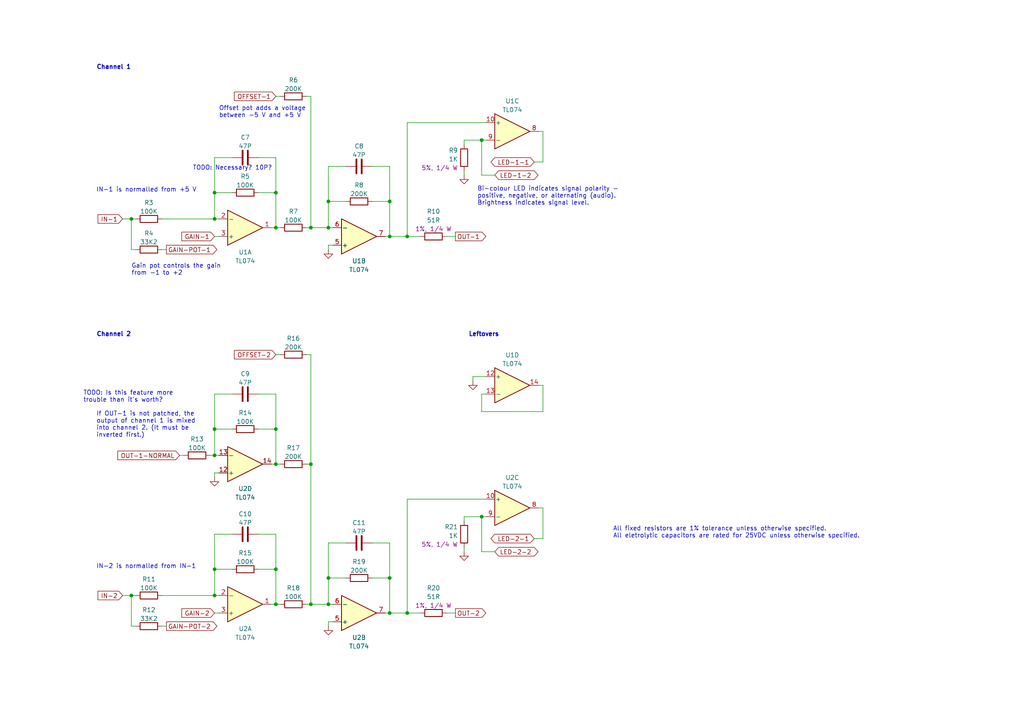
<source format=kicad_sch>
(kicad_sch (version 20211123) (generator eeschema)

  (uuid e63e39d7-6ac0-4ffd-8aa3-1841a4541b55)

  (paper "A4")

  (title_block
    (title "Eurorack Dual Attenuverter")
    (date "2022-08-12")
    (rev "1.3")
    (company "Len Popp")
    (comment 1 "Copyright © 2022 Len Popp CC BY")
    (comment 2 "Eurorack dual attenuverter module - 4HP")
  )

  (lib_symbols
    (symbol "-lmp-opamp:TL074" (pin_names (offset 0.127)) (in_bom yes) (on_board yes)
      (property "Reference" "U" (id 0) (at 0 5.08 0)
        (effects (font (size 1.27 1.27)) (justify left))
      )
      (property "Value" "TL074" (id 1) (at 0 -5.08 0)
        (effects (font (size 1.27 1.27)) (justify left))
      )
      (property "Footprint" "Package_DIP:DIP-14_W7.62mm" (id 2) (at -1.27 2.54 0)
        (effects (font (size 1.27 1.27)) hide)
      )
      (property "Datasheet" "http://www.ti.com/lit/ds/symlink/tl071.pdf" (id 3) (at 1.27 5.08 0)
        (effects (font (size 1.27 1.27)) hide)
      )
      (property "Manufacturer" "Texas Instruments" (id 4) (at 0 0 0)
        (effects (font (size 1.27 1.27)) hide)
      )
      (property "ManufacturerPartNum" "TL074BCN" (id 5) (at 0 0 0)
        (effects (font (size 1.27 1.27)) hide)
      )
      (property "Distributor" "Mouser" (id 6) (at 0 0 0)
        (effects (font (size 1.27 1.27)) hide)
      )
      (property "DistributorPartNum" "595-TL074BCN" (id 7) (at 0 0 0)
        (effects (font (size 1.27 1.27)) hide)
      )
      (property "DistributorPartLink" "https://www.mouser.ca/ProductDetail/?qs=vxEfx8VrU7BHurOY5iQdiA%3D%3D" (id 8) (at 0 0 0)
        (effects (font (size 1.27 1.27)) hide)
      )
      (property "ki_locked" "" (id 9) (at 0 0 0)
        (effects (font (size 1.27 1.27)))
      )
      (property "ki_keywords" "quad opamp" (id 10) (at 0 0 0)
        (effects (font (size 1.27 1.27)) hide)
      )
      (property "ki_description" "Quad Low-Noise JFET-Input Operational Amplifiers, DIP-14/SOIC-14" (id 11) (at 0 0 0)
        (effects (font (size 1.27 1.27)) hide)
      )
      (property "ki_fp_filters" "SOIC*3.9x8.7mm*P1.27mm* DIP*W7.62mm* TSSOP*4.4x5mm*P0.65mm* SSOP*5.3x6.2mm*P0.65mm* MSOP*3x3mm*P0.5mm*" (id 12) (at 0 0 0)
        (effects (font (size 1.27 1.27)) hide)
      )
      (symbol "TL074_1_1"
        (polyline
          (pts
            (xy -5.08 5.08)
            (xy 5.08 0)
            (xy -5.08 -5.08)
            (xy -5.08 5.08)
          )
          (stroke (width 0.254) (type default) (color 0 0 0 0))
          (fill (type background))
        )
        (pin output line (at 7.62 0 180) (length 2.54)
          (name "~" (effects (font (size 1.27 1.27))))
          (number "1" (effects (font (size 1.27 1.27))))
        )
        (pin input line (at -7.62 -2.54 0) (length 2.54)
          (name "-" (effects (font (size 1.27 1.27))))
          (number "2" (effects (font (size 1.27 1.27))))
        )
        (pin input line (at -7.62 2.54 0) (length 2.54)
          (name "+" (effects (font (size 1.27 1.27))))
          (number "3" (effects (font (size 1.27 1.27))))
        )
      )
      (symbol "TL074_2_1"
        (polyline
          (pts
            (xy -5.08 5.08)
            (xy 5.08 0)
            (xy -5.08 -5.08)
            (xy -5.08 5.08)
          )
          (stroke (width 0.254) (type default) (color 0 0 0 0))
          (fill (type background))
        )
        (pin input line (at -7.62 2.54 0) (length 2.54)
          (name "+" (effects (font (size 1.27 1.27))))
          (number "5" (effects (font (size 1.27 1.27))))
        )
        (pin input line (at -7.62 -2.54 0) (length 2.54)
          (name "-" (effects (font (size 1.27 1.27))))
          (number "6" (effects (font (size 1.27 1.27))))
        )
        (pin output line (at 7.62 0 180) (length 2.54)
          (name "~" (effects (font (size 1.27 1.27))))
          (number "7" (effects (font (size 1.27 1.27))))
        )
      )
      (symbol "TL074_3_1"
        (polyline
          (pts
            (xy -5.08 5.08)
            (xy 5.08 0)
            (xy -5.08 -5.08)
            (xy -5.08 5.08)
          )
          (stroke (width 0.254) (type default) (color 0 0 0 0))
          (fill (type background))
        )
        (pin input line (at -7.62 2.54 0) (length 2.54)
          (name "+" (effects (font (size 1.27 1.27))))
          (number "10" (effects (font (size 1.27 1.27))))
        )
        (pin output line (at 7.62 0 180) (length 2.54)
          (name "~" (effects (font (size 1.27 1.27))))
          (number "8" (effects (font (size 1.27 1.27))))
        )
        (pin input line (at -7.62 -2.54 0) (length 2.54)
          (name "-" (effects (font (size 1.27 1.27))))
          (number "9" (effects (font (size 1.27 1.27))))
        )
      )
      (symbol "TL074_4_1"
        (polyline
          (pts
            (xy -5.08 5.08)
            (xy 5.08 0)
            (xy -5.08 -5.08)
            (xy -5.08 5.08)
          )
          (stroke (width 0.254) (type default) (color 0 0 0 0))
          (fill (type background))
        )
        (pin input line (at -7.62 2.54 0) (length 2.54)
          (name "+" (effects (font (size 1.27 1.27))))
          (number "12" (effects (font (size 1.27 1.27))))
        )
        (pin input line (at -7.62 -2.54 0) (length 2.54)
          (name "-" (effects (font (size 1.27 1.27))))
          (number "13" (effects (font (size 1.27 1.27))))
        )
        (pin output line (at 7.62 0 180) (length 2.54)
          (name "~" (effects (font (size 1.27 1.27))))
          (number "14" (effects (font (size 1.27 1.27))))
        )
      )
      (symbol "TL074_5_1"
        (pin power_in line (at -2.54 -7.62 90) (length 3.81)
          (name "V-" (effects (font (size 1.27 1.27))))
          (number "11" (effects (font (size 1.27 1.27))))
        )
        (pin power_in line (at -2.54 7.62 270) (length 3.81)
          (name "V+" (effects (font (size 1.27 1.27))))
          (number "4" (effects (font (size 1.27 1.27))))
        )
      )
    )
    (symbol "-lmp-power:GND" (power) (pin_numbers hide) (pin_names (offset 0) hide) (in_bom yes) (on_board yes)
      (property "Reference" "#PWR" (id 0) (at 0 -6.35 0)
        (effects (font (size 1.27 1.27)) hide)
      )
      (property "Value" "GND" (id 1) (at 0 -3.81 0)
        (effects (font (size 1.27 1.27)) hide)
      )
      (property "Footprint" "" (id 2) (at 0 0 0)
        (effects (font (size 1.27 1.27)) hide)
      )
      (property "Datasheet" "" (id 3) (at 0 0 0)
        (effects (font (size 1.27 1.27)) hide)
      )
      (property "ki_keywords" "power-flag" (id 4) (at 0 0 0)
        (effects (font (size 1.27 1.27)) hide)
      )
      (property "ki_description" "Power symbol creates a global label with name \"GND\" , ground" (id 5) (at 0 0 0)
        (effects (font (size 1.27 1.27)) hide)
      )
      (symbol "GND_0_1"
        (polyline
          (pts
            (xy 0 0)
            (xy 0 -1.27)
            (xy 1.27 -1.27)
            (xy 0 -2.54)
            (xy -1.27 -1.27)
            (xy 0 -1.27)
          )
          (stroke (width 0) (type default) (color 0 0 0 0))
          (fill (type none))
        )
      )
      (symbol "GND_1_1"
        (pin power_in line (at 0 0 270) (length 0) hide
          (name "GND" (effects (font (size 1.27 1.27))))
          (number "1" (effects (font (size 1.27 1.27))))
        )
      )
    )
    (symbol "-lmp-synth:R_1K_Output" (pin_numbers hide) (pin_names (offset 0)) (in_bom yes) (on_board yes)
      (property "Reference" "R" (id 0) (at -2.286 0 90)
        (effects (font (size 1.27 1.27)))
      )
      (property "Value" "R_1K_Output" (id 1) (at 2.413 0 90)
        (effects (font (size 1.27 1.27)))
      )
      (property "Footprint" "-lmp-misc:R_Axial_DIN0207_L6.3mm_D2.5mm_P10.16mm_Horizontal" (id 2) (at -1.778 0 90)
        (effects (font (size 1.27 1.27)) hide)
      )
      (property "Datasheet" "https://www.mouser.ca/datasheet/2/427/ccf07-1762725.pdf" (id 3) (at 0 0 0)
        (effects (font (size 1.27 1.27)) hide)
      )
      (property "Value2" "5%, 1/4 W" (id 4) (at 4.445 0 90)
        (effects (font (size 1.27 1.27)))
      )
      (property "Note" "Output limiting" (id 5) (at -1.905 -1.905 90)
        (effects (font (size 1.27 1.27)) hide)
      )
      (property "Manufacturer" "Vishay / Dale" (id 6) (at 0 0 0)
        (effects (font (size 1.27 1.27)) hide)
      )
      (property "ManufacturerPartNum" "CCF071K00JKE36" (id 7) (at 0 0 0)
        (effects (font (size 1.27 1.27)) hide)
      )
      (property "Distributor" "Mouser" (id 8) (at -1.905 0 90)
        (effects (font (size 1.27 1.27)) hide)
      )
      (property "DistributorPartNum" "71-CCF071K00JKE36" (id 9) (at 0 0 0)
        (effects (font (size 1.27 1.27)) hide)
      )
      (property "DistributorPartLink" "https://www.mouser.ca/ProductDetail/Vishay-Dale/CCF071K00JKE36?qs=sGAEpiMZZMsPqMdJzcrNwqw41JD0NFylHV1MADcQnpo%3D" (id 10) (at 0 0 0)
        (effects (font (size 1.27 1.27)) hide)
      )
      (property "ki_keywords" "R res resistor" (id 11) (at 0 0 0)
        (effects (font (size 1.27 1.27)) hide)
      )
      (property "ki_description" "Resistor" (id 12) (at 0 0 0)
        (effects (font (size 1.27 1.27)) hide)
      )
      (property "ki_fp_filters" "R_*" (id 13) (at 0 0 0)
        (effects (font (size 1.27 1.27)) hide)
      )
      (symbol "R_1K_Output_0_1"
        (rectangle (start -1.016 -2.54) (end 1.016 2.54)
          (stroke (width 0.254) (type default) (color 0 0 0 0))
          (fill (type none))
        )
      )
      (symbol "R_1K_Output_1_1"
        (pin passive line (at 0 3.81 270) (length 1.27)
          (name "~" (effects (font (size 1.27 1.27))))
          (number "1" (effects (font (size 1.27 1.27))))
        )
        (pin passive line (at 0 -3.81 90) (length 1.27)
          (name "~" (effects (font (size 1.27 1.27))))
          (number "2" (effects (font (size 1.27 1.27))))
        )
      )
    )
    (symbol "-lmp-synth:R_51R_Output" (pin_numbers hide) (pin_names (offset 0)) (in_bom yes) (on_board yes)
      (property "Reference" "R" (id 0) (at -2.286 0 90)
        (effects (font (size 1.27 1.27)))
      )
      (property "Value" "R_51R_Output" (id 1) (at 2.413 0 90)
        (effects (font (size 1.27 1.27)))
      )
      (property "Footprint" "-lmp-misc:R_Axial_DIN0207_L6.3mm_D2.5mm_P10.16mm_Horizontal" (id 2) (at -1.778 0 90)
        (effects (font (size 1.27 1.27)) hide)
      )
      (property "Datasheet" "https://www.mouser.ca/datasheet/2/447/Yageo_LR_MFR_1-1714151.pdf" (id 3) (at 0 0 0)
        (effects (font (size 1.27 1.27)) hide)
      )
      (property "Value2" "1%, 1/4 W" (id 4) (at 4.445 0 90)
        (effects (font (size 1.27 1.27)))
      )
      (property "Note" "Output limiting" (id 5) (at -1.905 -1.905 90)
        (effects (font (size 1.27 1.27)) hide)
      )
      (property "Manufacturer" "YAGEO" (id 6) (at 0 0 0)
        (effects (font (size 1.27 1.27)) hide)
      )
      (property "ManufacturerPartNum" "MFR-25FBF52-51R" (id 7) (at 0 0 0)
        (effects (font (size 1.27 1.27)) hide)
      )
      (property "Distributor" "Mouser" (id 8) (at -1.905 0 90)
        (effects (font (size 1.27 1.27)) hide)
      )
      (property "DistributorPartNum" "603-MFR-25FBF52-51R" (id 9) (at 0 0 0)
        (effects (font (size 1.27 1.27)) hide)
      )
      (property "DistributorPartLink" "https://www.mouser.ca/ProductDetail/?qs=oAGoVhmvjhzVx2bdEH1TLQ%3D%3D" (id 10) (at 0 0 0)
        (effects (font (size 1.27 1.27)) hide)
      )
      (property "ki_keywords" "R res resistor" (id 11) (at 0 0 0)
        (effects (font (size 1.27 1.27)) hide)
      )
      (property "ki_description" "Resistor" (id 12) (at 0 0 0)
        (effects (font (size 1.27 1.27)) hide)
      )
      (property "ki_fp_filters" "R_*" (id 13) (at 0 0 0)
        (effects (font (size 1.27 1.27)) hide)
      )
      (symbol "R_51R_Output_0_1"
        (rectangle (start -1.016 -2.54) (end 1.016 2.54)
          (stroke (width 0.254) (type default) (color 0 0 0 0))
          (fill (type none))
        )
      )
      (symbol "R_51R_Output_1_1"
        (pin passive line (at 0 3.81 270) (length 1.27)
          (name "~" (effects (font (size 1.27 1.27))))
          (number "1" (effects (font (size 1.27 1.27))))
        )
        (pin passive line (at 0 -3.81 90) (length 1.27)
          (name "~" (effects (font (size 1.27 1.27))))
          (number "2" (effects (font (size 1.27 1.27))))
        )
      )
    )
    (symbol "-lmp:CC" (pin_numbers hide) (pin_names (offset 0.254)) (in_bom yes) (on_board yes)
      (property "Reference" "C" (id 0) (at 0.635 2.54 0)
        (effects (font (size 1.27 1.27)) (justify left))
      )
      (property "Value" "CC" (id 1) (at 0.635 -2.54 0)
        (effects (font (size 1.27 1.27)) (justify left))
      )
      (property "Footprint" "" (id 2) (at 0.9652 -3.81 0)
        (effects (font (size 1.27 1.27)) hide)
      )
      (property "Datasheet" "~" (id 3) (at 0 0 0)
        (effects (font (size 1.27 1.27)) hide)
      )
      (property "ki_keywords" "cap capacitor ceramic" (id 4) (at 0 0 0)
        (effects (font (size 1.27 1.27)) hide)
      )
      (property "ki_description" "Capacitor - Ceramic" (id 5) (at 0 0 0)
        (effects (font (size 1.27 1.27)) hide)
      )
      (property "ki_fp_filters" "C_*" (id 6) (at 0 0 0)
        (effects (font (size 1.27 1.27)) hide)
      )
      (symbol "CC_0_1"
        (polyline
          (pts
            (xy -2.032 -0.762)
            (xy 2.032 -0.762)
          )
          (stroke (width 0.508) (type default) (color 0 0 0 0))
          (fill (type none))
        )
        (polyline
          (pts
            (xy -2.032 0.762)
            (xy 2.032 0.762)
          )
          (stroke (width 0.508) (type default) (color 0 0 0 0))
          (fill (type none))
        )
      )
      (symbol "CC_1_1"
        (pin passive line (at 0 3.81 270) (length 2.794)
          (name "~" (effects (font (size 1.27 1.27))))
          (number "1" (effects (font (size 1.27 1.27))))
        )
        (pin passive line (at 0 -3.81 90) (length 2.794)
          (name "~" (effects (font (size 1.27 1.27))))
          (number "2" (effects (font (size 1.27 1.27))))
        )
      )
    )
    (symbol "-lmp:R_1%_0W166" (pin_numbers hide) (pin_names (offset 0)) (in_bom yes) (on_board yes)
      (property "Reference" "R" (id 0) (at -2.286 0 90)
        (effects (font (size 1.27 1.27)))
      )
      (property "Value" "R_1%_0W166" (id 1) (at 2.413 0 90)
        (effects (font (size 1.27 1.27)))
      )
      (property "Footprint" "-lmp-misc:R_Axial_DIN0207_L6.3mm_D2.5mm_P7.62mm_Horizontal" (id 2) (at -1.778 0 90)
        (effects (font (size 1.27 1.27)) hide)
      )
      (property "Datasheet" "https://www.mouser.ca/datasheet/2/447/Yageo_LR_MFR_1-1714151.pdf" (id 3) (at 0 0 0)
        (effects (font (size 1.27 1.27)) hide)
      )
      (property "Manufacturer" "YAGEO" (id 4) (at 0 0 0)
        (effects (font (size 1.27 1.27)) hide)
      )
      (property "ManufacturerPartNum" "MFR-12*" (id 5) (at 0 0 0)
        (effects (font (size 1.27 1.27)) hide)
      )
      (property "Distributor" "Mouser" (id 6) (at 0 0 0)
        (effects (font (size 1.27 1.27)) hide)
      )
      (property "DistributorPartNum" "603-MFR-12*" (id 7) (at 0 0 0)
        (effects (font (size 1.27 1.27)) hide)
      )
      (property "DistributorPartLink" "https://www.mouser.ca/c/?m=YAGEO&power+rating=166+mW+(1%2f6+W)&tolerance=1+%25&instock=y" (id 8) (at 0 0 0)
        (effects (font (size 1.27 1.27)) hide)
      )
      (property "Value2" "1%, 1/6 W" (id 9) (at 4.953 0 90)
        (effects (font (size 1.27 1.27)) hide)
      )
      (property "ki_keywords" "R res resistor" (id 10) (at 0 0 0)
        (effects (font (size 1.27 1.27)) hide)
      )
      (property "ki_description" "Resistor" (id 11) (at 0 0 0)
        (effects (font (size 1.27 1.27)) hide)
      )
      (property "ki_fp_filters" "R_*" (id 12) (at 0 0 0)
        (effects (font (size 1.27 1.27)) hide)
      )
      (symbol "R_1%_0W166_0_1"
        (rectangle (start -1.016 -2.54) (end 1.016 2.54)
          (stroke (width 0.254) (type default) (color 0 0 0 0))
          (fill (type none))
        )
      )
      (symbol "R_1%_0W166_1_1"
        (pin passive line (at 0 3.81 270) (length 1.27)
          (name "~" (effects (font (size 1.27 1.27))))
          (number "1" (effects (font (size 1.27 1.27))))
        )
        (pin passive line (at 0 -3.81 90) (length 1.27)
          (name "~" (effects (font (size 1.27 1.27))))
          (number "2" (effects (font (size 1.27 1.27))))
        )
      )
    )
  )

  (junction (at 95.25 167.64) (diameter 0) (color 0 0 0 0)
    (uuid 01cb149f-e2dc-4379-9671-52896fc9740d)
  )
  (junction (at 139.7 40.64) (diameter 0) (color 0 0 0 0)
    (uuid 1292fa9b-5923-4085-a0b3-60b5ba5c1751)
  )
  (junction (at 113.03 177.8) (diameter 0) (color 0 0 0 0)
    (uuid 135e36cd-54f4-4ec8-aa7e-9b2a91fc39ae)
  )
  (junction (at 38.1 63.5) (diameter 0) (color 0 0 0 0)
    (uuid 18dd31e7-083f-4a98-9133-e6ccd593e1e8)
  )
  (junction (at 80.01 165.1) (diameter 0) (color 0 0 0 0)
    (uuid 1e3567c2-401a-4b0c-b4b5-79cda633e0ef)
  )
  (junction (at 62.23 63.5) (diameter 0) (color 0 0 0 0)
    (uuid 1ef73e82-94d3-40c2-a968-aa4b9e9435d6)
  )
  (junction (at 80.01 124.46) (diameter 0) (color 0 0 0 0)
    (uuid 36276fa1-ab05-4a15-8d69-76f604f0fbc2)
  )
  (junction (at 113.03 68.58) (diameter 0) (color 0 0 0 0)
    (uuid 3e7539c7-768d-4c29-afef-93773506ff80)
  )
  (junction (at 95.25 175.26) (diameter 0) (color 0 0 0 0)
    (uuid 3f0010f5-ef46-47c3-853c-8ad5b3ac2784)
  )
  (junction (at 113.03 167.64) (diameter 0) (color 0 0 0 0)
    (uuid 49b0afc6-2377-4889-aff6-508715b5877f)
  )
  (junction (at 62.23 55.88) (diameter 0) (color 0 0 0 0)
    (uuid 55c26c5e-2f7d-4682-9f51-9bfa7eb85dbe)
  )
  (junction (at 113.03 58.42) (diameter 0) (color 0 0 0 0)
    (uuid 56b48c8c-b7c5-4a65-984b-06cc61efbbe2)
  )
  (junction (at 80.01 55.88) (diameter 0) (color 0 0 0 0)
    (uuid 60f2b6ec-4f6e-4cd5-b9d7-02298345bd43)
  )
  (junction (at 80.01 134.62) (diameter 0) (color 0 0 0 0)
    (uuid 63994928-8dc0-4d4d-a62c-5f9c4bc6de0c)
  )
  (junction (at 62.23 132.08) (diameter 0) (color 0 0 0 0)
    (uuid 81cc0c31-ed4c-48da-b1ad-67e4a170ce88)
  )
  (junction (at 80.01 66.04) (diameter 0) (color 0 0 0 0)
    (uuid 8a9ba03e-951a-4d2f-a675-c5aa4cbd75c2)
  )
  (junction (at 90.17 66.04) (diameter 0) (color 0 0 0 0)
    (uuid 8f267740-4fc8-430b-8421-82c95192ed74)
  )
  (junction (at 90.17 175.26) (diameter 0) (color 0 0 0 0)
    (uuid 9a919285-d27a-4b7b-a3d8-6d9eaf8500b1)
  )
  (junction (at 95.25 66.04) (diameter 0) (color 0 0 0 0)
    (uuid a5ac9c03-1851-4039-8593-1ee0b35db3a7)
  )
  (junction (at 62.23 165.1) (diameter 0) (color 0 0 0 0)
    (uuid a6c7ddae-1a6a-4be9-aee0-aeb63be1b992)
  )
  (junction (at 62.23 172.72) (diameter 0) (color 0 0 0 0)
    (uuid ac6a74b1-49d5-407b-b5bd-b31bfc4774fb)
  )
  (junction (at 90.17 134.62) (diameter 0) (color 0 0 0 0)
    (uuid c413e9d5-8d5f-4c22-85d3-306b20a0e985)
  )
  (junction (at 95.25 58.42) (diameter 0) (color 0 0 0 0)
    (uuid c6b20229-0caf-483f-94be-6acb925c8773)
  )
  (junction (at 38.1 172.72) (diameter 0) (color 0 0 0 0)
    (uuid cb495634-3486-4951-8fba-15a8c2ca9db7)
  )
  (junction (at 118.11 68.58) (diameter 0) (color 0 0 0 0)
    (uuid d757925e-45f1-4c14-b38f-b806de9ef1f5)
  )
  (junction (at 80.01 175.26) (diameter 0) (color 0 0 0 0)
    (uuid dd9e17a7-9910-46a1-bb72-cbd17e0c2254)
  )
  (junction (at 139.7 149.86) (diameter 0) (color 0 0 0 0)
    (uuid e85e96eb-0fea-4c08-83ed-b1e2ed8e835b)
  )
  (junction (at 62.23 124.46) (diameter 0) (color 0 0 0 0)
    (uuid fcdd15d2-6f6d-49be-ab8c-e063ca6b5f11)
  )
  (junction (at 118.11 177.8) (diameter 0) (color 0 0 0 0)
    (uuid ff6064d6-a89d-49f4-9e9a-089077ac600b)
  )

  (wire (pts (xy 80.01 66.04) (xy 81.28 66.04))
    (stroke (width 0) (type default) (color 0 0 0 0))
    (uuid 077c8403-4329-4c8e-8ad1-a20e84421561)
  )
  (wire (pts (xy 38.1 172.72) (xy 39.37 172.72))
    (stroke (width 0) (type default) (color 0 0 0 0))
    (uuid 09341672-fcd3-4e0c-8527-747d7a0614d2)
  )
  (wire (pts (xy 107.95 157.48) (xy 113.03 157.48))
    (stroke (width 0) (type default) (color 0 0 0 0))
    (uuid 0b0795c0-74dc-4b1b-91c8-5efc0329d4f8)
  )
  (wire (pts (xy 129.54 68.58) (xy 132.08 68.58))
    (stroke (width 0) (type default) (color 0 0 0 0))
    (uuid 0bebb303-aeaf-45f1-9e47-f568e95324a6)
  )
  (wire (pts (xy 129.54 177.8) (xy 132.08 177.8))
    (stroke (width 0) (type default) (color 0 0 0 0))
    (uuid 0d0e9647-f467-40ea-bb35-3d715816149e)
  )
  (wire (pts (xy 62.23 172.72) (xy 63.5 172.72))
    (stroke (width 0) (type default) (color 0 0 0 0))
    (uuid 0fc62e8a-97a7-492e-a1e0-a1ca6a3ee7cb)
  )
  (wire (pts (xy 88.9 66.04) (xy 90.17 66.04))
    (stroke (width 0) (type default) (color 0 0 0 0))
    (uuid 1068018c-b5c6-4063-8b20-b13738fb350c)
  )
  (wire (pts (xy 80.01 45.72) (xy 80.01 55.88))
    (stroke (width 0) (type default) (color 0 0 0 0))
    (uuid 11ed184b-bf04-49cf-a01c-ff272278a1fb)
  )
  (wire (pts (xy 113.03 68.58) (xy 118.11 68.58))
    (stroke (width 0) (type default) (color 0 0 0 0))
    (uuid 16ee9f72-2452-4f4b-a8f3-0517fbf5a80c)
  )
  (wire (pts (xy 96.52 71.12) (xy 95.25 71.12))
    (stroke (width 0) (type default) (color 0 0 0 0))
    (uuid 175d6c02-2a5f-4f38-bdd6-4661bd093a7c)
  )
  (wire (pts (xy 80.01 175.26) (xy 81.28 175.26))
    (stroke (width 0) (type default) (color 0 0 0 0))
    (uuid 17cf713c-ccc6-4cf4-a43d-3576bcb6917a)
  )
  (wire (pts (xy 113.03 68.58) (xy 113.03 58.42))
    (stroke (width 0) (type default) (color 0 0 0 0))
    (uuid 19e45cd7-05fe-440f-aa2b-77c0b88450e9)
  )
  (wire (pts (xy 80.01 134.62) (xy 80.01 124.46))
    (stroke (width 0) (type default) (color 0 0 0 0))
    (uuid 1afad403-e477-4f03-9d7e-69600dfa7bd2)
  )
  (wire (pts (xy 62.23 45.72) (xy 67.31 45.72))
    (stroke (width 0) (type default) (color 0 0 0 0))
    (uuid 27a8f2d7-d871-4c32-9532-bfe4281670c6)
  )
  (wire (pts (xy 100.33 167.64) (xy 95.25 167.64))
    (stroke (width 0) (type default) (color 0 0 0 0))
    (uuid 283f943f-17b2-4bf5-8ed8-51d76a6cf27c)
  )
  (wire (pts (xy 157.48 156.21) (xy 154.94 156.21))
    (stroke (width 0) (type default) (color 0 0 0 0))
    (uuid 29799915-5404-4187-9bcb-34036d5a5a24)
  )
  (wire (pts (xy 156.21 38.1) (xy 157.48 38.1))
    (stroke (width 0) (type default) (color 0 0 0 0))
    (uuid 2a277696-b449-45ad-badb-3e0e5699edf7)
  )
  (wire (pts (xy 90.17 134.62) (xy 90.17 175.26))
    (stroke (width 0) (type default) (color 0 0 0 0))
    (uuid 2aca4657-f1e4-4b8f-9012-7d175f368f15)
  )
  (wire (pts (xy 139.7 149.86) (xy 140.97 149.86))
    (stroke (width 0) (type default) (color 0 0 0 0))
    (uuid 362a36c9-6ccc-486e-9da3-a8c1e5d15713)
  )
  (wire (pts (xy 134.62 149.86) (xy 139.7 149.86))
    (stroke (width 0) (type default) (color 0 0 0 0))
    (uuid 3760e835-45d8-437b-8c2d-51dd2aacd8a8)
  )
  (wire (pts (xy 143.51 50.8) (xy 139.7 50.8))
    (stroke (width 0) (type default) (color 0 0 0 0))
    (uuid 3937cac0-a4ff-4129-bb8d-62314f48ff63)
  )
  (wire (pts (xy 139.7 50.8) (xy 139.7 40.64))
    (stroke (width 0) (type default) (color 0 0 0 0))
    (uuid 39d90443-a850-430f-868f-ba423e4c57fa)
  )
  (wire (pts (xy 113.03 58.42) (xy 107.95 58.42))
    (stroke (width 0) (type default) (color 0 0 0 0))
    (uuid 3bb7d502-50ed-4fd6-a9f0-c06cf36b05e2)
  )
  (wire (pts (xy 80.01 175.26) (xy 80.01 165.1))
    (stroke (width 0) (type default) (color 0 0 0 0))
    (uuid 3decbd27-9c5b-4bc3-a890-0cbaf7b9222d)
  )
  (wire (pts (xy 95.25 180.34) (xy 95.25 181.61))
    (stroke (width 0) (type default) (color 0 0 0 0))
    (uuid 4202ec51-3967-4827-a57c-0dad535b9f1a)
  )
  (wire (pts (xy 96.52 180.34) (xy 95.25 180.34))
    (stroke (width 0) (type default) (color 0 0 0 0))
    (uuid 43e6dd90-7dd5-40e7-9f20-1132e60d5b5a)
  )
  (wire (pts (xy 113.03 177.8) (xy 118.11 177.8))
    (stroke (width 0) (type default) (color 0 0 0 0))
    (uuid 449ac8e0-6a2f-41ad-a13a-96980a41b083)
  )
  (wire (pts (xy 62.23 154.94) (xy 67.31 154.94))
    (stroke (width 0) (type default) (color 0 0 0 0))
    (uuid 44d278c1-6d89-445e-8c21-336dfdc95d6e)
  )
  (wire (pts (xy 90.17 66.04) (xy 95.25 66.04))
    (stroke (width 0) (type default) (color 0 0 0 0))
    (uuid 46435360-abb1-4b97-892b-a2ef500364ed)
  )
  (wire (pts (xy 48.26 72.39) (xy 46.99 72.39))
    (stroke (width 0) (type default) (color 0 0 0 0))
    (uuid 46679761-b843-4426-9ee9-6ae6e64f2d3d)
  )
  (wire (pts (xy 95.25 48.26) (xy 100.33 48.26))
    (stroke (width 0) (type default) (color 0 0 0 0))
    (uuid 4948016c-002c-4590-95a2-139cecf4c2ff)
  )
  (wire (pts (xy 35.56 172.72) (xy 38.1 172.72))
    (stroke (width 0) (type default) (color 0 0 0 0))
    (uuid 4a5d6119-6013-4a03-bb9f-c4864a5d50f7)
  )
  (wire (pts (xy 52.07 132.08) (xy 53.34 132.08))
    (stroke (width 0) (type default) (color 0 0 0 0))
    (uuid 4b678afa-3569-484c-a1e4-462f181d23a9)
  )
  (wire (pts (xy 118.11 35.56) (xy 140.97 35.56))
    (stroke (width 0) (type default) (color 0 0 0 0))
    (uuid 4c523cdf-583b-4db1-9a3a-43fdff971d28)
  )
  (wire (pts (xy 90.17 175.26) (xy 95.25 175.26))
    (stroke (width 0) (type default) (color 0 0 0 0))
    (uuid 5008cb9d-850b-4dd9-934e-f8a4c3126d33)
  )
  (wire (pts (xy 62.23 165.1) (xy 62.23 154.94))
    (stroke (width 0) (type default) (color 0 0 0 0))
    (uuid 56e8600b-06cc-4394-a9c5-8533fa2b9b2a)
  )
  (wire (pts (xy 35.56 63.5) (xy 38.1 63.5))
    (stroke (width 0) (type default) (color 0 0 0 0))
    (uuid 5768ad59-d265-448c-a811-325aeedce5cd)
  )
  (wire (pts (xy 62.23 124.46) (xy 62.23 132.08))
    (stroke (width 0) (type default) (color 0 0 0 0))
    (uuid 5971b32a-cd7e-4114-968c-76a2744728c5)
  )
  (wire (pts (xy 107.95 48.26) (xy 113.03 48.26))
    (stroke (width 0) (type default) (color 0 0 0 0))
    (uuid 5a3e13e4-003b-4cd8-94b3-9f4be2eb8eb9)
  )
  (wire (pts (xy 113.03 167.64) (xy 107.95 167.64))
    (stroke (width 0) (type default) (color 0 0 0 0))
    (uuid 6401e64d-bc61-421a-a37d-581589f2e328)
  )
  (wire (pts (xy 74.93 45.72) (xy 80.01 45.72))
    (stroke (width 0) (type default) (color 0 0 0 0))
    (uuid 66357179-99ed-4ed6-af1d-2f0cfc7c49fc)
  )
  (wire (pts (xy 157.48 111.76) (xy 157.48 119.38))
    (stroke (width 0) (type default) (color 0 0 0 0))
    (uuid 6b34ccba-54b9-4eff-92be-4ca1bdc8ac60)
  )
  (wire (pts (xy 95.25 175.26) (xy 96.52 175.26))
    (stroke (width 0) (type default) (color 0 0 0 0))
    (uuid 6d9fb511-464f-447c-9f72-0c3c03e73750)
  )
  (wire (pts (xy 156.21 111.76) (xy 157.48 111.76))
    (stroke (width 0) (type default) (color 0 0 0 0))
    (uuid 6e653268-cef5-43cc-88fb-e38642b92cd6)
  )
  (wire (pts (xy 143.51 160.02) (xy 139.7 160.02))
    (stroke (width 0) (type default) (color 0 0 0 0))
    (uuid 704e366a-03c1-4481-8835-302003da85c2)
  )
  (wire (pts (xy 62.23 68.58) (xy 63.5 68.58))
    (stroke (width 0) (type default) (color 0 0 0 0))
    (uuid 750dcab7-9b36-4913-a1a4-7ec42b8eab5c)
  )
  (wire (pts (xy 62.23 165.1) (xy 62.23 172.72))
    (stroke (width 0) (type default) (color 0 0 0 0))
    (uuid 7530448d-a4d9-49a1-b56c-e8122669b415)
  )
  (wire (pts (xy 90.17 102.87) (xy 90.17 134.62))
    (stroke (width 0) (type default) (color 0 0 0 0))
    (uuid 7828a73e-ca92-40b6-8880-60c94245c252)
  )
  (wire (pts (xy 74.93 154.94) (xy 80.01 154.94))
    (stroke (width 0) (type default) (color 0 0 0 0))
    (uuid 7b654e48-af77-4cff-a5c7-84cf8d99295b)
  )
  (wire (pts (xy 95.25 167.64) (xy 95.25 175.26))
    (stroke (width 0) (type default) (color 0 0 0 0))
    (uuid 7bf7d0c6-090c-4ce1-a97c-70dd5da22266)
  )
  (wire (pts (xy 118.11 68.58) (xy 121.92 68.58))
    (stroke (width 0) (type default) (color 0 0 0 0))
    (uuid 7d44aed1-ae75-429e-a213-acfeffc4430c)
  )
  (wire (pts (xy 62.23 55.88) (xy 62.23 45.72))
    (stroke (width 0) (type default) (color 0 0 0 0))
    (uuid 7e1a1f69-0d97-4b1b-8cab-ef649746b981)
  )
  (wire (pts (xy 78.74 175.26) (xy 80.01 175.26))
    (stroke (width 0) (type default) (color 0 0 0 0))
    (uuid 8005d168-bd56-4f46-8fd2-53c7e52ec670)
  )
  (wire (pts (xy 90.17 27.94) (xy 90.17 66.04))
    (stroke (width 0) (type default) (color 0 0 0 0))
    (uuid 81504c92-12ac-4ba8-bf42-f462b4403f56)
  )
  (wire (pts (xy 139.7 160.02) (xy 139.7 149.86))
    (stroke (width 0) (type default) (color 0 0 0 0))
    (uuid 820d90d9-f45d-4136-be05-d5edb441c08c)
  )
  (wire (pts (xy 156.21 147.32) (xy 157.48 147.32))
    (stroke (width 0) (type default) (color 0 0 0 0))
    (uuid 8396cb18-f8f1-4594-98b5-b6b7cd249526)
  )
  (wire (pts (xy 80.01 114.3) (xy 80.01 124.46))
    (stroke (width 0) (type default) (color 0 0 0 0))
    (uuid 85172483-a61a-4b30-bc62-0fc1e0b603af)
  )
  (wire (pts (xy 90.17 27.94) (xy 88.9 27.94))
    (stroke (width 0) (type default) (color 0 0 0 0))
    (uuid 877484b1-3558-4f67-9ff0-b095f2c02684)
  )
  (wire (pts (xy 74.93 114.3) (xy 80.01 114.3))
    (stroke (width 0) (type default) (color 0 0 0 0))
    (uuid 885702d9-c16f-478f-926d-8a8a84712f51)
  )
  (wire (pts (xy 80.01 66.04) (xy 80.01 55.88))
    (stroke (width 0) (type default) (color 0 0 0 0))
    (uuid 88a126e2-6b7d-4f98-84cd-903353de4c11)
  )
  (wire (pts (xy 134.62 50.8) (xy 134.62 49.53))
    (stroke (width 0) (type default) (color 0 0 0 0))
    (uuid 8901156d-5a8b-4204-8f02-6ff5ff05169d)
  )
  (wire (pts (xy 113.03 48.26) (xy 113.03 58.42))
    (stroke (width 0) (type default) (color 0 0 0 0))
    (uuid 89310d55-e4f0-4266-8d55-5e24fd3a9ff0)
  )
  (wire (pts (xy 38.1 63.5) (xy 39.37 63.5))
    (stroke (width 0) (type default) (color 0 0 0 0))
    (uuid 8a62e154-6ad0-4c96-806d-6adebb6e882d)
  )
  (wire (pts (xy 39.37 72.39) (xy 38.1 72.39))
    (stroke (width 0) (type default) (color 0 0 0 0))
    (uuid 8ed43d74-71b2-4b04-af7f-dfcf3796f60d)
  )
  (wire (pts (xy 62.23 124.46) (xy 62.23 114.3))
    (stroke (width 0) (type default) (color 0 0 0 0))
    (uuid 917684e3-a8e1-4522-bd6e-5b122067ecc1)
  )
  (wire (pts (xy 78.74 134.62) (xy 80.01 134.62))
    (stroke (width 0) (type default) (color 0 0 0 0))
    (uuid 9560f404-0e64-4c89-9226-a1d082872576)
  )
  (wire (pts (xy 111.76 68.58) (xy 113.03 68.58))
    (stroke (width 0) (type default) (color 0 0 0 0))
    (uuid 96461856-9a0d-4890-8053-d4e6a3d83466)
  )
  (wire (pts (xy 139.7 40.64) (xy 140.97 40.64))
    (stroke (width 0) (type default) (color 0 0 0 0))
    (uuid 9764a748-1b29-4d95-a664-cba7bdae324e)
  )
  (wire (pts (xy 95.25 157.48) (xy 100.33 157.48))
    (stroke (width 0) (type default) (color 0 0 0 0))
    (uuid 99bcefb9-45d7-462f-ad10-88ec6dc4ea0c)
  )
  (wire (pts (xy 134.62 151.13) (xy 134.62 149.86))
    (stroke (width 0) (type default) (color 0 0 0 0))
    (uuid 9bb10d84-4762-4d23-9946-68bef90eb47d)
  )
  (wire (pts (xy 88.9 175.26) (xy 90.17 175.26))
    (stroke (width 0) (type default) (color 0 0 0 0))
    (uuid 9d8d7db4-61c7-4cf2-a149-be9aa7320a1a)
  )
  (wire (pts (xy 78.74 66.04) (xy 80.01 66.04))
    (stroke (width 0) (type default) (color 0 0 0 0))
    (uuid 9de41cbd-83b6-42b2-8782-3d3c9e3ef2f5)
  )
  (wire (pts (xy 95.25 58.42) (xy 95.25 48.26))
    (stroke (width 0) (type default) (color 0 0 0 0))
    (uuid 9e418c92-05c1-454e-8fe0-0df39bc54a96)
  )
  (wire (pts (xy 95.25 66.04) (xy 96.52 66.04))
    (stroke (width 0) (type default) (color 0 0 0 0))
    (uuid 9ed8efbc-6945-4c34-b6cd-342eadb316c5)
  )
  (wire (pts (xy 62.23 63.5) (xy 63.5 63.5))
    (stroke (width 0) (type default) (color 0 0 0 0))
    (uuid 9f265265-b5b5-46d3-b151-28ee447c21f7)
  )
  (wire (pts (xy 95.25 167.64) (xy 95.25 157.48))
    (stroke (width 0) (type default) (color 0 0 0 0))
    (uuid a2bdbd7c-6742-4e6d-b6c6-0d5bbf428d9b)
  )
  (wire (pts (xy 46.99 172.72) (xy 62.23 172.72))
    (stroke (width 0) (type default) (color 0 0 0 0))
    (uuid a471478b-fcdb-449a-8001-6f0b3e320c8a)
  )
  (wire (pts (xy 88.9 134.62) (xy 90.17 134.62))
    (stroke (width 0) (type default) (color 0 0 0 0))
    (uuid a48e6349-8ee5-47a2-b029-575cb19f7162)
  )
  (wire (pts (xy 38.1 63.5) (xy 38.1 72.39))
    (stroke (width 0) (type default) (color 0 0 0 0))
    (uuid a511243c-4d70-42d0-ac09-c825ae51ef43)
  )
  (wire (pts (xy 62.23 55.88) (xy 62.23 63.5))
    (stroke (width 0) (type default) (color 0 0 0 0))
    (uuid a56d36e0-b934-4a42-be5a-16271faaf8b8)
  )
  (wire (pts (xy 90.17 102.87) (xy 88.9 102.87))
    (stroke (width 0) (type default) (color 0 0 0 0))
    (uuid a6b730a4-1407-4bae-9815-0f5fa1737ab9)
  )
  (wire (pts (xy 80.01 154.94) (xy 80.01 165.1))
    (stroke (width 0) (type default) (color 0 0 0 0))
    (uuid b231a0a2-ba40-4b84-97cb-4166499bc29c)
  )
  (wire (pts (xy 80.01 55.88) (xy 74.93 55.88))
    (stroke (width 0) (type default) (color 0 0 0 0))
    (uuid b74189dc-4500-4586-a518-21be9a9a0f57)
  )
  (wire (pts (xy 95.25 58.42) (xy 95.25 66.04))
    (stroke (width 0) (type default) (color 0 0 0 0))
    (uuid bd10d72a-9c4e-463f-a049-533231e3c795)
  )
  (wire (pts (xy 118.11 68.58) (xy 118.11 35.56))
    (stroke (width 0) (type default) (color 0 0 0 0))
    (uuid be5984f3-e510-4e36-bafa-1e8dbab99e13)
  )
  (wire (pts (xy 39.37 181.61) (xy 38.1 181.61))
    (stroke (width 0) (type default) (color 0 0 0 0))
    (uuid bea328de-7608-4bb6-88bc-e94a02b426d7)
  )
  (wire (pts (xy 157.48 38.1) (xy 157.48 46.99))
    (stroke (width 0) (type default) (color 0 0 0 0))
    (uuid c0004c2c-5cd8-44a6-9bd7-a11feb4b6879)
  )
  (wire (pts (xy 62.23 137.16) (xy 62.23 138.43))
    (stroke (width 0) (type default) (color 0 0 0 0))
    (uuid c5b025b6-a24d-4f5d-aa1b-cbf27d677237)
  )
  (wire (pts (xy 134.62 40.64) (xy 139.7 40.64))
    (stroke (width 0) (type default) (color 0 0 0 0))
    (uuid c66a069e-815c-4712-a21f-9295129a60d5)
  )
  (wire (pts (xy 113.03 177.8) (xy 113.03 167.64))
    (stroke (width 0) (type default) (color 0 0 0 0))
    (uuid c7c5cd9d-ecf1-4d42-abcc-bb07f6ea8144)
  )
  (wire (pts (xy 62.23 177.8) (xy 63.5 177.8))
    (stroke (width 0) (type default) (color 0 0 0 0))
    (uuid cbb53f1b-3f4a-4a45-80e9-2031116b457c)
  )
  (wire (pts (xy 157.48 46.99) (xy 154.94 46.99))
    (stroke (width 0) (type default) (color 0 0 0 0))
    (uuid cc4496bd-0a81-4cfc-a5f6-1a24da3850b0)
  )
  (wire (pts (xy 100.33 58.42) (xy 95.25 58.42))
    (stroke (width 0) (type default) (color 0 0 0 0))
    (uuid cd7642c1-086e-4454-b103-3f10494595c7)
  )
  (wire (pts (xy 113.03 157.48) (xy 113.03 167.64))
    (stroke (width 0) (type default) (color 0 0 0 0))
    (uuid ce966bb8-dc3a-4aa0-aee0-a6c66a4a9a34)
  )
  (wire (pts (xy 67.31 124.46) (xy 62.23 124.46))
    (stroke (width 0) (type default) (color 0 0 0 0))
    (uuid cffedd41-d71e-479f-a28a-b6e256e5ddac)
  )
  (wire (pts (xy 134.62 41.91) (xy 134.62 40.64))
    (stroke (width 0) (type default) (color 0 0 0 0))
    (uuid d0842c9e-fb37-4fc1-8531-420c59a8cf37)
  )
  (wire (pts (xy 67.31 165.1) (xy 62.23 165.1))
    (stroke (width 0) (type default) (color 0 0 0 0))
    (uuid d28acbfa-2d7c-4d5f-991e-014471d7db52)
  )
  (wire (pts (xy 81.28 27.94) (xy 80.01 27.94))
    (stroke (width 0) (type default) (color 0 0 0 0))
    (uuid d427a07c-b211-4b13-8683-7ffd252ea2c6)
  )
  (wire (pts (xy 111.76 177.8) (xy 113.03 177.8))
    (stroke (width 0) (type default) (color 0 0 0 0))
    (uuid d4a2f65b-157e-4287-a224-87aba2abc434)
  )
  (wire (pts (xy 81.28 102.87) (xy 80.01 102.87))
    (stroke (width 0) (type default) (color 0 0 0 0))
    (uuid d6875cb4-aa72-476c-b07c-59ee195ec023)
  )
  (wire (pts (xy 38.1 172.72) (xy 38.1 181.61))
    (stroke (width 0) (type default) (color 0 0 0 0))
    (uuid d7f6850e-553f-4e9e-be27-68d178450236)
  )
  (wire (pts (xy 137.16 109.22) (xy 137.16 110.49))
    (stroke (width 0) (type default) (color 0 0 0 0))
    (uuid dd09bcea-fe4e-4b6d-8f83-f27ee77ed4e0)
  )
  (wire (pts (xy 118.11 177.8) (xy 118.11 144.78))
    (stroke (width 0) (type default) (color 0 0 0 0))
    (uuid e1b84147-d706-4375-b8ca-dba33068e871)
  )
  (wire (pts (xy 118.11 144.78) (xy 140.97 144.78))
    (stroke (width 0) (type default) (color 0 0 0 0))
    (uuid e28a2314-ac34-4e1c-9318-ef2f59aa45df)
  )
  (wire (pts (xy 118.11 177.8) (xy 121.92 177.8))
    (stroke (width 0) (type default) (color 0 0 0 0))
    (uuid e57dd566-2964-406f-b31e-a8fb5cf900c9)
  )
  (wire (pts (xy 62.23 132.08) (xy 63.5 132.08))
    (stroke (width 0) (type default) (color 0 0 0 0))
    (uuid e9b3a348-061a-43d5-8010-930ab31d5a37)
  )
  (wire (pts (xy 134.62 160.02) (xy 134.62 158.75))
    (stroke (width 0) (type default) (color 0 0 0 0))
    (uuid e9b69d8e-b8ed-45b9-85ec-b71c67569fd0)
  )
  (wire (pts (xy 46.99 63.5) (xy 62.23 63.5))
    (stroke (width 0) (type default) (color 0 0 0 0))
    (uuid effa2f72-9ce8-4655-b28f-d46d58f950d1)
  )
  (wire (pts (xy 80.01 165.1) (xy 74.93 165.1))
    (stroke (width 0) (type default) (color 0 0 0 0))
    (uuid f0c1e2f5-a791-4733-8607-15b4ac3658d9)
  )
  (wire (pts (xy 95.25 71.12) (xy 95.25 72.39))
    (stroke (width 0) (type default) (color 0 0 0 0))
    (uuid f12bfa63-ea49-4431-abc7-488e9ddaec01)
  )
  (wire (pts (xy 140.97 109.22) (xy 137.16 109.22))
    (stroke (width 0) (type default) (color 0 0 0 0))
    (uuid f14a42da-1610-46ee-a82a-23718d94837e)
  )
  (wire (pts (xy 139.7 114.3) (xy 140.97 114.3))
    (stroke (width 0) (type default) (color 0 0 0 0))
    (uuid f204fb82-41e4-45cf-88be-1a7b15e68d38)
  )
  (wire (pts (xy 63.5 137.16) (xy 62.23 137.16))
    (stroke (width 0) (type default) (color 0 0 0 0))
    (uuid f2f22e78-ce94-4dab-a624-714bae580465)
  )
  (wire (pts (xy 139.7 119.38) (xy 139.7 114.3))
    (stroke (width 0) (type default) (color 0 0 0 0))
    (uuid f3e0ad14-9c0e-49fb-bee1-c43637e036de)
  )
  (wire (pts (xy 60.96 132.08) (xy 62.23 132.08))
    (stroke (width 0) (type default) (color 0 0 0 0))
    (uuid f4f398a7-65ab-4b0e-9337-c4eb9c9f06f8)
  )
  (wire (pts (xy 48.26 181.61) (xy 46.99 181.61))
    (stroke (width 0) (type default) (color 0 0 0 0))
    (uuid f51d84d8-525e-4ffc-a0c2-63fb0d553fc6)
  )
  (wire (pts (xy 62.23 114.3) (xy 67.31 114.3))
    (stroke (width 0) (type default) (color 0 0 0 0))
    (uuid f538c9b1-72b5-478b-8e86-ae89fb47ebb9)
  )
  (wire (pts (xy 80.01 124.46) (xy 74.93 124.46))
    (stroke (width 0) (type default) (color 0 0 0 0))
    (uuid fa447716-605d-4070-a74e-62147d694d41)
  )
  (wire (pts (xy 67.31 55.88) (xy 62.23 55.88))
    (stroke (width 0) (type default) (color 0 0 0 0))
    (uuid fb765435-9b72-4e90-be5b-af769f1090dd)
  )
  (wire (pts (xy 80.01 134.62) (xy 81.28 134.62))
    (stroke (width 0) (type default) (color 0 0 0 0))
    (uuid fbaed382-610d-4bc0-a23d-54fbb74a2f8f)
  )
  (wire (pts (xy 157.48 147.32) (xy 157.48 156.21))
    (stroke (width 0) (type default) (color 0 0 0 0))
    (uuid fc112b7f-7595-4f05-878b-a8d86b8ee481)
  )
  (wire (pts (xy 157.48 119.38) (xy 139.7 119.38))
    (stroke (width 0) (type default) (color 0 0 0 0))
    (uuid ff46d08f-b1a7-4f4a-997b-9183521c93e0)
  )

  (text "IN-2 is normalled from IN-1" (at 27.94 165.1 0)
    (effects (font (size 1.27 1.27)) (justify left bottom))
    (uuid 0261b2d7-550d-4b87-bdcb-7dac56c414dd)
  )
  (text "All fixed resistors are 1% tolerance unless otherwise specified.\nAll eletrolytic capacitors are rated for 25VDC unless otherwise specified."
    (at 177.8 156.21 0)
    (effects (font (size 1.27 1.27)) (justify left bottom))
    (uuid 16ded395-a862-4198-b3af-ba8c7fb298bb)
  )
  (text "Bi-colour LED indicates signal polarity - \npositive, negative, or alternating (audio).\nBrightness indicates signal level."
    (at 138.43 59.69 0)
    (effects (font (size 1.27 1.27)) (justify left bottom))
    (uuid 3d04dc5b-92c9-4d84-b79e-787ad6999fd3)
  )
  (text "Gain pot controls the gain \nfrom -1 to +2" (at 38.1 80.01 0)
    (effects (font (size 1.27 1.27)) (justify left bottom))
    (uuid 5a396ad5-330d-4e43-8b5f-fa45253b9cf0)
  )
  (text "IN-1 is normalled from +5 V" (at 27.94 55.88 0)
    (effects (font (size 1.27 1.27)) (justify left bottom))
    (uuid 67cfff02-5193-40c2-abb3-d263798bf51f)
  )
  (text "TODO: Is this feature more \ntrouble than it's worth?"
    (at 24.13 116.84 0)
    (effects (font (size 1.27 1.27)) (justify left bottom))
    (uuid 72cd1b86-0baa-464b-a3ed-ccdf3fc19818)
  )
  (text "If OUT-1 is not patched, the \noutput of channel 1 is mixed \ninto channel 2. (It must be \ninverted first.)"
    (at 27.94 127 0)
    (effects (font (size 1.27 1.27)) (justify left bottom))
    (uuid 78ac941b-e865-45a8-a033-34c908184dcb)
  )
  (text "Front Panel & Power" (at 304.8 21.59 0)
    (effects (font (size 2.54 2.54) (thickness 0.508) bold) (justify left bottom))
    (uuid 851ab59d-1fd7-45c7-a775-29797327cafc)
  )
  (text "Offset pot adds a voltage \nbetween -5 V and +5 V" (at 63.5 34.29 0)
    (effects (font (size 1.27 1.27)) (justify left bottom))
    (uuid 90de0736-23c2-4e6b-8a4a-0c0106fc4c69)
  )
  (text "Channel 1" (at 27.94 20.32 0)
    (effects (font (size 1.27 1.27) (thickness 0.254) bold) (justify left bottom))
    (uuid 975b065a-4fee-4d11-9f2f-b1d40a3629cb)
  )
  (text "Channel 2" (at 27.94 97.79 0)
    (effects (font (size 1.27 1.27) (thickness 0.254) bold) (justify left bottom))
    (uuid a64640d9-4776-40c5-ac1b-a43cc637ad68)
  )
  (text "Leftovers" (at 135.89 97.79 0)
    (effects (font (size 1.27 1.27) (thickness 0.254) bold) (justify left bottom))
    (uuid c0e3e998-bc96-43e2-8a06-370869d5e37b)
  )
  (text "TODO: Necessary? 10P?" (at 55.88 49.53 0)
    (effects (font (size 1.27 1.27)) (justify left bottom))
    (uuid fd9ba97c-232a-4d7b-8bad-0ea041fdc7c3)
  )

  (global_label "OUT-2" (shape output) (at 132.08 177.8 0) (fields_autoplaced)
    (effects (font (size 1.27 1.27)) (justify left))
    (uuid 06ad7ad0-65ad-44c3-bea3-cf606f3aa997)
    (property "Intersheet References" "${INTERSHEET_REFS}" (id 0) (at 140.8147 177.7206 0)
      (effects (font (size 1.27 1.27)) (justify left) hide)
    )
  )
  (global_label "OFFSET-1" (shape input) (at 80.01 27.94 180) (fields_autoplaced)
    (effects (font (size 1.27 1.27)) (justify right))
    (uuid 21e1be5e-9685-46f4-8a13-8f91fa6f029a)
    (property "Intersheet References" "${INTERSHEET_REFS}" (id 0) (at 68.0701 27.8606 0)
      (effects (font (size 1.27 1.27)) (justify right) hide)
    )
  )
  (global_label "GAIN-2" (shape input) (at 62.23 177.8 180) (fields_autoplaced)
    (effects (font (size 1.27 1.27)) (justify right))
    (uuid 345eeeb5-d944-4940-8c47-9d12a62217c3)
    (property "Intersheet References" "${INTERSHEET_REFS}" (id 0) (at 52.8301 177.7206 0)
      (effects (font (size 1.27 1.27)) (justify right) hide)
    )
  )
  (global_label "IN-1" (shape input) (at 35.56 63.5 180) (fields_autoplaced)
    (effects (font (size 1.27 1.27)) (justify right))
    (uuid 3adf8573-c54c-4bbb-bf81-53bbe3aa3943)
    (property "Intersheet References" "${INTERSHEET_REFS}" (id 0) (at 28.5187 63.4206 0)
      (effects (font (size 1.27 1.27)) (justify right) hide)
    )
  )
  (global_label "GAIN-POT-2" (shape output) (at 48.26 181.61 0) (fields_autoplaced)
    (effects (font (size 1.27 1.27)) (justify left))
    (uuid 43aa757b-5b36-44f4-a8b1-0671442bfd1b)
    (property "Intersheet References" "${INTERSHEET_REFS}" (id 0) (at 62.8004 181.5306 0)
      (effects (font (size 1.27 1.27)) (justify left) hide)
    )
  )
  (global_label "OUT-1" (shape output) (at 132.08 68.58 0) (fields_autoplaced)
    (effects (font (size 1.27 1.27)) (justify left))
    (uuid 4bbc3d8b-0c53-4a06-addd-62cd36b3e49a)
    (property "Intersheet References" "${INTERSHEET_REFS}" (id 0) (at 140.8147 68.5006 0)
      (effects (font (size 1.27 1.27)) (justify left) hide)
    )
  )
  (global_label "LED-1-2" (shape bidirectional) (at 143.51 50.8 0) (fields_autoplaced)
    (effects (font (size 1.27 1.27)) (justify left))
    (uuid 5e455b61-6f54-4292-aeee-b384a4ec1dd5)
    (property "Intersheet References" "${INTERSHEET_REFS}" (id 0) (at 154.8452 50.7206 0)
      (effects (font (size 1.27 1.27)) (justify left) hide)
    )
  )
  (global_label "LED-1-1" (shape bidirectional) (at 154.94 46.99 180) (fields_autoplaced)
    (effects (font (size 1.27 1.27)) (justify right))
    (uuid 6bfbdd85-4b6f-42d5-8936-6d98af316b4a)
    (property "Intersheet References" "${INTERSHEET_REFS}" (id 0) (at 143.6048 46.9106 0)
      (effects (font (size 1.27 1.27)) (justify right) hide)
    )
  )
  (global_label "LED-2-1" (shape bidirectional) (at 154.94 156.21 180) (fields_autoplaced)
    (effects (font (size 1.27 1.27)) (justify right))
    (uuid 7c0a5e98-d486-43aa-96f5-e8784f9c174f)
    (property "Intersheet References" "${INTERSHEET_REFS}" (id 0) (at 143.6048 156.1306 0)
      (effects (font (size 1.27 1.27)) (justify right) hide)
    )
  )
  (global_label "OFFSET-2" (shape input) (at 80.01 102.87 180) (fields_autoplaced)
    (effects (font (size 1.27 1.27)) (justify right))
    (uuid 850b2f96-1601-4836-ad31-a4ab9039ca7d)
    (property "Intersheet References" "${INTERSHEET_REFS}" (id 0) (at 68.0701 102.7906 0)
      (effects (font (size 1.27 1.27)) (justify right) hide)
    )
  )
  (global_label "LED-2-2" (shape bidirectional) (at 143.51 160.02 0) (fields_autoplaced)
    (effects (font (size 1.27 1.27)) (justify left))
    (uuid 8a330303-bf0e-4ee0-8619-e8224a30d7eb)
    (property "Intersheet References" "${INTERSHEET_REFS}" (id 0) (at 154.8452 159.9406 0)
      (effects (font (size 1.27 1.27)) (justify left) hide)
    )
  )
  (global_label "GAIN-POT-1" (shape output) (at 48.26 72.39 0) (fields_autoplaced)
    (effects (font (size 1.27 1.27)) (justify left))
    (uuid b83a3176-f2e0-468c-b4b0-6bd378deabba)
    (property "Intersheet References" "${INTERSHEET_REFS}" (id 0) (at 62.8004 72.3106 0)
      (effects (font (size 1.27 1.27)) (justify left) hide)
    )
  )
  (global_label "OUT-1-NORMAL" (shape input) (at 52.07 132.08 180) (fields_autoplaced)
    (effects (font (size 1.27 1.27)) (justify right))
    (uuid c2178b0c-3683-4ab3-802a-3418b7bfcd81)
    (property "Intersheet References" "${INTERSHEET_REFS}" (id 0) (at 34.2639 132.0006 0)
      (effects (font (size 1.27 1.27)) (justify right) hide)
    )
  )
  (global_label "IN-2" (shape input) (at 35.56 172.72 180) (fields_autoplaced)
    (effects (font (size 1.27 1.27)) (justify right))
    (uuid df0852ed-a5ae-4ea0-bf99-49ceac6554c4)
    (property "Intersheet References" "${INTERSHEET_REFS}" (id 0) (at 28.5187 172.6406 0)
      (effects (font (size 1.27 1.27)) (justify right) hide)
    )
  )
  (global_label "GAIN-1" (shape input) (at 62.23 68.58 180) (fields_autoplaced)
    (effects (font (size 1.27 1.27)) (justify right))
    (uuid ee7ee2d3-b06b-4a96-a338-cb4e2403682a)
    (property "Intersheet References" "${INTERSHEET_REFS}" (id 0) (at 52.8301 68.5006 0)
      (effects (font (size 1.27 1.27)) (justify right) hide)
    )
  )

  (symbol (lib_id "-lmp-power:GND") (at 134.62 50.8 0) (unit 1)
    (in_bom yes) (on_board yes) (fields_autoplaced)
    (uuid 01840619-4b57-4258-9dc9-bf6437309a8d)
    (property "Reference" "#PWR09" (id 0) (at 134.62 57.15 0)
      (effects (font (size 1.27 1.27)) hide)
    )
    (property "Value" "GND" (id 1) (at 134.62 54.61 0)
      (effects (font (size 1.27 1.27)) hide)
    )
    (property "Footprint" "" (id 2) (at 134.62 50.8 0)
      (effects (font (size 1.27 1.27)) hide)
    )
    (property "Datasheet" "" (id 3) (at 134.62 50.8 0)
      (effects (font (size 1.27 1.27)) hide)
    )
    (pin "1" (uuid 8b1937b2-e703-4d88-b0a8-8dffff42021f))
  )

  (symbol (lib_id "-lmp:R_1%_0W166") (at 85.09 27.94 90) (unit 1)
    (in_bom yes) (on_board yes) (fields_autoplaced)
    (uuid 090fdd89-1d8c-4fab-9648-81ddf0fd9dfe)
    (property "Reference" "R6" (id 0) (at 85.09 23.2242 90))
    (property "Value" "200K" (id 1) (at 85.09 25.7611 90))
    (property "Footprint" "-lmp-misc:R_Axial_DIN0207_L6.3mm_D2.5mm_P7.62mm_Horizontal" (id 2) (at 85.09 29.718 90)
      (effects (font (size 1.27 1.27)) hide)
    )
    (property "Datasheet" "https://www.mouser.ca/datasheet/2/447/Yageo_LR_MFR_1-1714151.pdf" (id 3) (at 85.09 27.94 0)
      (effects (font (size 1.27 1.27)) hide)
    )
    (property "Manufacturer" "YAGEO" (id 4) (at 85.09 27.94 0)
      (effects (font (size 1.27 1.27)) hide)
    )
    (property "ManufacturerPartNum" "MFR-12*" (id 5) (at 85.09 27.94 0)
      (effects (font (size 1.27 1.27)) hide)
    )
    (property "Distributor" "Mouser" (id 6) (at 85.09 27.94 0)
      (effects (font (size 1.27 1.27)) hide)
    )
    (property "DistributorPartNum" "603-MFR-12*" (id 7) (at 85.09 27.94 0)
      (effects (font (size 1.27 1.27)) hide)
    )
    (property "DistributorPartLink" "https://www.mouser.ca/c/?m=YAGEO&power+rating=166+mW+(1%2f6+W)&tolerance=1+%25&instock=y" (id 8) (at 85.09 27.94 0)
      (effects (font (size 1.27 1.27)) hide)
    )
    (property "Value2" "1%, 1/6 W" (id 9) (at 85.09 22.987 90)
      (effects (font (size 1.27 1.27)) hide)
    )
    (pin "1" (uuid 43a34ace-2409-4766-b4c1-c6abb987d38c))
    (pin "2" (uuid 8c57d516-b82f-4e08-87f9-560eef2458ab))
  )

  (symbol (lib_id "-lmp-power:GND") (at 137.16 110.49 0) (unit 1)
    (in_bom yes) (on_board yes) (fields_autoplaced)
    (uuid 0b14d95e-ed32-4d82-b314-c9c61c368adc)
    (property "Reference" "#PWR015" (id 0) (at 137.16 116.84 0)
      (effects (font (size 1.27 1.27)) hide)
    )
    (property "Value" "GND" (id 1) (at 137.16 114.3 0)
      (effects (font (size 1.27 1.27)) hide)
    )
    (property "Footprint" "" (id 2) (at 137.16 110.49 0)
      (effects (font (size 1.27 1.27)) hide)
    )
    (property "Datasheet" "" (id 3) (at 137.16 110.49 0)
      (effects (font (size 1.27 1.27)) hide)
    )
    (pin "1" (uuid 7ba853bf-69be-4b4e-bf44-1e36ae4b41d8))
  )

  (symbol (lib_id "-lmp:R_1%_0W166") (at 43.18 72.39 90) (unit 1)
    (in_bom yes) (on_board yes) (fields_autoplaced)
    (uuid 10d63964-4916-4756-a85a-1052630266d0)
    (property "Reference" "R4" (id 0) (at 43.18 67.6742 90))
    (property "Value" "33K2" (id 1) (at 43.18 70.2111 90))
    (property "Footprint" "-lmp-misc:R_Axial_DIN0207_L6.3mm_D2.5mm_P7.62mm_Horizontal" (id 2) (at 43.18 74.168 90)
      (effects (font (size 1.27 1.27)) hide)
    )
    (property "Datasheet" "https://www.mouser.ca/datasheet/2/447/Yageo_LR_MFR_1-1714151.pdf" (id 3) (at 43.18 72.39 0)
      (effects (font (size 1.27 1.27)) hide)
    )
    (property "Manufacturer" "YAGEO" (id 4) (at 43.18 72.39 0)
      (effects (font (size 1.27 1.27)) hide)
    )
    (property "ManufacturerPartNum" "MFR-12*" (id 5) (at 43.18 72.39 0)
      (effects (font (size 1.27 1.27)) hide)
    )
    (property "Distributor" "Mouser" (id 6) (at 43.18 72.39 0)
      (effects (font (size 1.27 1.27)) hide)
    )
    (property "DistributorPartNum" "603-MFR-12*" (id 7) (at 43.18 72.39 0)
      (effects (font (size 1.27 1.27)) hide)
    )
    (property "DistributorPartLink" "https://www.mouser.ca/c/?m=YAGEO&power+rating=166+mW+(1%2f6+W)&tolerance=1+%25&instock=y" (id 8) (at 43.18 72.39 0)
      (effects (font (size 1.27 1.27)) hide)
    )
    (property "Value2" "1%, 1/6 W" (id 9) (at 43.18 67.437 90)
      (effects (font (size 1.27 1.27)) hide)
    )
    (pin "1" (uuid 85b1d1f3-bab8-4948-8c17-ef11f06b9217))
    (pin "2" (uuid 68b0a52e-6467-4688-a1bc-ffb235f75715))
  )

  (symbol (lib_id "-lmp:R_1%_0W166") (at 71.12 55.88 90) (unit 1)
    (in_bom yes) (on_board yes) (fields_autoplaced)
    (uuid 1b06cc7a-9d44-40d7-bb7c-81c47c1d96da)
    (property "Reference" "R5" (id 0) (at 71.12 51.1642 90))
    (property "Value" "100K" (id 1) (at 71.12 53.7011 90))
    (property "Footprint" "-lmp-misc:R_Axial_DIN0207_L6.3mm_D2.5mm_P7.62mm_Horizontal" (id 2) (at 71.12 57.658 90)
      (effects (font (size 1.27 1.27)) hide)
    )
    (property "Datasheet" "https://www.mouser.ca/datasheet/2/447/Yageo_LR_MFR_1-1714151.pdf" (id 3) (at 71.12 55.88 0)
      (effects (font (size 1.27 1.27)) hide)
    )
    (property "Manufacturer" "YAGEO" (id 4) (at 71.12 55.88 0)
      (effects (font (size 1.27 1.27)) hide)
    )
    (property "ManufacturerPartNum" "MFR-12*" (id 5) (at 71.12 55.88 0)
      (effects (font (size 1.27 1.27)) hide)
    )
    (property "Distributor" "Mouser" (id 6) (at 71.12 55.88 0)
      (effects (font (size 1.27 1.27)) hide)
    )
    (property "DistributorPartNum" "603-MFR-12*" (id 7) (at 71.12 55.88 0)
      (effects (font (size 1.27 1.27)) hide)
    )
    (property "DistributorPartLink" "https://www.mouser.ca/c/?m=YAGEO&power+rating=166+mW+(1%2f6+W)&tolerance=1+%25&instock=y" (id 8) (at 71.12 55.88 0)
      (effects (font (size 1.27 1.27)) hide)
    )
    (property "Value2" "1%, 1/6 W" (id 9) (at 71.12 50.927 90)
      (effects (font (size 1.27 1.27)) hide)
    )
    (pin "1" (uuid cb4f1cdf-c7c3-498e-801c-7a5fcaa27561))
    (pin "2" (uuid 1b066680-f355-4425-986a-e78af3af1fe9))
  )

  (symbol (lib_id "-lmp:R_1%_0W166") (at 57.15 132.08 90) (unit 1)
    (in_bom yes) (on_board yes) (fields_autoplaced)
    (uuid 222b0674-c412-4a5a-8944-5fb0868c8708)
    (property "Reference" "R13" (id 0) (at 57.15 127.3642 90))
    (property "Value" "100K" (id 1) (at 57.15 129.9011 90))
    (property "Footprint" "-lmp-misc:R_Axial_DIN0207_L6.3mm_D2.5mm_P7.62mm_Horizontal" (id 2) (at 57.15 133.858 90)
      (effects (font (size 1.27 1.27)) hide)
    )
    (property "Datasheet" "https://www.mouser.ca/datasheet/2/447/Yageo_LR_MFR_1-1714151.pdf" (id 3) (at 57.15 132.08 0)
      (effects (font (size 1.27 1.27)) hide)
    )
    (property "Manufacturer" "YAGEO" (id 4) (at 57.15 132.08 0)
      (effects (font (size 1.27 1.27)) hide)
    )
    (property "ManufacturerPartNum" "MFR-12*" (id 5) (at 57.15 132.08 0)
      (effects (font (size 1.27 1.27)) hide)
    )
    (property "Distributor" "Mouser" (id 6) (at 57.15 132.08 0)
      (effects (font (size 1.27 1.27)) hide)
    )
    (property "DistributorPartNum" "603-MFR-12*" (id 7) (at 57.15 132.08 0)
      (effects (font (size 1.27 1.27)) hide)
    )
    (property "DistributorPartLink" "https://www.mouser.ca/c/?m=YAGEO&power+rating=166+mW+(1%2f6+W)&tolerance=1+%25&instock=y" (id 8) (at 57.15 132.08 0)
      (effects (font (size 1.27 1.27)) hide)
    )
    (property "Value2" "1%, 1/6 W" (id 9) (at 57.15 127.127 90)
      (effects (font (size 1.27 1.27)) hide)
    )
    (pin "1" (uuid a77d77f3-d609-484d-9eeb-e23424f28045))
    (pin "2" (uuid a59e8c0b-f1a9-4545-b02c-8f37b68d6737))
  )

  (symbol (lib_id "-lmp-opamp:TL074") (at 71.12 66.04 0) (mirror x) (unit 1)
    (in_bom yes) (on_board yes) (fields_autoplaced)
    (uuid 25fc816a-44b9-405b-889e-c62f1c958769)
    (property "Reference" "U1" (id 0) (at 71.12 73.1504 0))
    (property "Value" "TL074" (id 1) (at 71.12 75.6873 0))
    (property "Footprint" "Package_DIP:DIP-14_W7.62mm" (id 2) (at 69.85 68.58 0)
      (effects (font (size 1.27 1.27)) hide)
    )
    (property "Datasheet" "http://www.ti.com/lit/ds/symlink/tl071.pdf" (id 3) (at 72.39 71.12 0)
      (effects (font (size 1.27 1.27)) hide)
    )
    (property "Manufacturer" "Texas Instruments" (id 4) (at 71.12 66.04 0)
      (effects (font (size 1.27 1.27)) hide)
    )
    (property "ManufacturerPartNum" "TL074BCN" (id 5) (at 71.12 66.04 0)
      (effects (font (size 1.27 1.27)) hide)
    )
    (property "Distributor" "Mouser" (id 6) (at 71.12 66.04 0)
      (effects (font (size 1.27 1.27)) hide)
    )
    (property "DistributorPartNum" "595-TL074BCN" (id 7) (at 71.12 66.04 0)
      (effects (font (size 1.27 1.27)) hide)
    )
    (property "DistributorPartLink" "https://www.mouser.ca/ProductDetail/?qs=vxEfx8VrU7BHurOY5iQdiA%3D%3D" (id 8) (at 71.12 66.04 0)
      (effects (font (size 1.27 1.27)) hide)
    )
    (pin "1" (uuid a78e4dc4-3691-4df2-bfd7-9a042e2d1330))
    (pin "2" (uuid 5c93bff7-25a6-4642-9274-32c99ec10de8))
    (pin "3" (uuid 97f37feb-97c2-4bf3-bf20-ad3fe1e4754a))
    (pin "5" (uuid 338f0019-e9f4-4a18-bd3d-01e07791d992))
    (pin "6" (uuid 9fd73c94-a917-46ce-b82d-b071adb3eac4))
    (pin "7" (uuid b290fe15-1d34-4be8-ab60-0fd23e8aba3a))
    (pin "10" (uuid 50f5cda7-9d59-46a7-9593-d5bc593fe5ef))
    (pin "8" (uuid e462647d-7f32-4a49-a002-566c10497f05))
    (pin "9" (uuid 2c197934-4933-4f4d-9f3b-20e347505956))
    (pin "12" (uuid 57394a43-5e31-453b-bd0a-6a0121090813))
    (pin "13" (uuid e39ef67e-4da6-4e7b-9366-113b15e4ae75))
    (pin "14" (uuid 89e7c32e-efa6-4725-97d3-959435323422))
    (pin "11" (uuid 33959df6-3ff4-4ece-b66e-28fb2c8b8869))
    (pin "4" (uuid 7daf0c90-9c52-46ae-acd6-c286c3691318))
  )

  (symbol (lib_id "-lmp:R_1%_0W166") (at 43.18 63.5 90) (unit 1)
    (in_bom yes) (on_board yes) (fields_autoplaced)
    (uuid 31efbe28-1885-41e8-8fb2-c9bb464d80d7)
    (property "Reference" "R3" (id 0) (at 43.18 58.7842 90))
    (property "Value" "100K" (id 1) (at 43.18 61.3211 90))
    (property "Footprint" "-lmp-misc:R_Axial_DIN0207_L6.3mm_D2.5mm_P7.62mm_Horizontal" (id 2) (at 43.18 65.278 90)
      (effects (font (size 1.27 1.27)) hide)
    )
    (property "Datasheet" "https://www.mouser.ca/datasheet/2/447/Yageo_LR_MFR_1-1714151.pdf" (id 3) (at 43.18 63.5 0)
      (effects (font (size 1.27 1.27)) hide)
    )
    (property "Manufacturer" "YAGEO" (id 4) (at 43.18 63.5 0)
      (effects (font (size 1.27 1.27)) hide)
    )
    (property "ManufacturerPartNum" "MFR-12*" (id 5) (at 43.18 63.5 0)
      (effects (font (size 1.27 1.27)) hide)
    )
    (property "Distributor" "Mouser" (id 6) (at 43.18 63.5 0)
      (effects (font (size 1.27 1.27)) hide)
    )
    (property "DistributorPartNum" "603-MFR-12*" (id 7) (at 43.18 63.5 0)
      (effects (font (size 1.27 1.27)) hide)
    )
    (property "DistributorPartLink" "https://www.mouser.ca/c/?m=YAGEO&power+rating=166+mW+(1%2f6+W)&tolerance=1+%25&instock=y" (id 8) (at 43.18 63.5 0)
      (effects (font (size 1.27 1.27)) hide)
    )
    (property "Value2" "1%, 1/6 W" (id 9) (at 43.18 58.547 90)
      (effects (font (size 1.27 1.27)) hide)
    )
    (pin "1" (uuid c96fe63f-91ae-454d-9525-0f4b5898073a))
    (pin "2" (uuid a959f7f1-c012-4a3f-ae2b-8d24d9ee269e))
  )

  (symbol (lib_id "-lmp-opamp:TL074") (at 148.59 147.32 0) (unit 3)
    (in_bom yes) (on_board yes) (fields_autoplaced)
    (uuid 37999e88-a41e-4ce6-9c42-007b9221d8ef)
    (property "Reference" "U2" (id 0) (at 148.59 138.5402 0))
    (property "Value" "TL074" (id 1) (at 148.59 141.0771 0))
    (property "Footprint" "Package_DIP:DIP-14_W7.62mm" (id 2) (at 147.32 144.78 0)
      (effects (font (size 1.27 1.27)) hide)
    )
    (property "Datasheet" "http://www.ti.com/lit/ds/symlink/tl071.pdf" (id 3) (at 149.86 142.24 0)
      (effects (font (size 1.27 1.27)) hide)
    )
    (property "Manufacturer" "Texas Instruments" (id 4) (at 148.59 147.32 0)
      (effects (font (size 1.27 1.27)) hide)
    )
    (property "ManufacturerPartNum" "TL074BCN" (id 5) (at 148.59 147.32 0)
      (effects (font (size 1.27 1.27)) hide)
    )
    (property "Distributor" "Mouser" (id 6) (at 148.59 147.32 0)
      (effects (font (size 1.27 1.27)) hide)
    )
    (property "DistributorPartNum" "595-TL074BCN" (id 7) (at 148.59 147.32 0)
      (effects (font (size 1.27 1.27)) hide)
    )
    (property "DistributorPartLink" "https://www.mouser.ca/ProductDetail/?qs=vxEfx8VrU7BHurOY5iQdiA%3D%3D" (id 8) (at 148.59 147.32 0)
      (effects (font (size 1.27 1.27)) hide)
    )
    (pin "1" (uuid 9d61d122-256c-47a6-80b4-ce26f08ed654))
    (pin "2" (uuid b1ab1281-a7ef-40bd-9fbd-d20562a94eb1))
    (pin "3" (uuid ec4bfed0-4bdd-457d-8895-ff019e45319b))
    (pin "5" (uuid 84df1e79-7ece-4f99-b9f1-68f6253bf8e4))
    (pin "6" (uuid f337b565-9145-4d63-84af-360ce0a3388b))
    (pin "7" (uuid bf73ba8f-cfcb-4502-8c76-c0c980905020))
    (pin "10" (uuid a9334dde-d991-447e-bc5c-0f6a512e87de))
    (pin "8" (uuid 93711388-2715-40d8-b7d9-a2a14a409a05))
    (pin "9" (uuid 9eb1634c-10ad-421a-922a-35b45f3c8df6))
    (pin "12" (uuid 81bee68b-b713-4f56-acc1-108830c86795))
    (pin "13" (uuid ab1a7af8-1778-494a-8dea-c9783e16b52f))
    (pin "14" (uuid 4efb3742-f6eb-4189-a913-70b1586b347e))
    (pin "11" (uuid 95ed05c8-7358-4a3b-a7f9-906c55306335))
    (pin "4" (uuid f73b3cee-b996-4f2a-a6d7-d39c29ea3893))
  )

  (symbol (lib_id "-lmp-power:GND") (at 95.25 72.39 0) (unit 1)
    (in_bom yes) (on_board yes) (fields_autoplaced)
    (uuid 4e6d6c46-6d30-4162-9f2e-e0d111b9f7f2)
    (property "Reference" "#PWR08" (id 0) (at 95.25 78.74 0)
      (effects (font (size 1.27 1.27)) hide)
    )
    (property "Value" "GND" (id 1) (at 95.25 76.2 0)
      (effects (font (size 1.27 1.27)) hide)
    )
    (property "Footprint" "" (id 2) (at 95.25 72.39 0)
      (effects (font (size 1.27 1.27)) hide)
    )
    (property "Datasheet" "" (id 3) (at 95.25 72.39 0)
      (effects (font (size 1.27 1.27)) hide)
    )
    (pin "1" (uuid 07f6a6a2-81c2-41a7-92c3-1f1896b0f493))
  )

  (symbol (lib_id "-lmp:CC") (at 71.12 45.72 90) (unit 1)
    (in_bom yes) (on_board yes) (fields_autoplaced)
    (uuid 5108b74e-99d2-4654-83cc-957218335d80)
    (property "Reference" "C7" (id 0) (at 71.12 39.8612 90))
    (property "Value" "47P" (id 1) (at 71.12 42.3981 90))
    (property "Footprint" "-lmp-misc:C_Disc_D5.0mm_W2.5mm_P2.50mm" (id 2) (at 74.93 44.7548 0)
      (effects (font (size 1.27 1.27)) hide)
    )
    (property "Datasheet" "https://www.mouser.ca/datasheet/2/427/kseries-1763315.pdf" (id 3) (at 71.12 45.72 0)
      (effects (font (size 1.27 1.27)) hide)
    )
    (property "Distributor" "Mouser" (id 4) (at 71.12 45.72 0)
      (effects (font (size 1.27 1.27)) hide)
    )
    (property "DistributorPartLink" "https://www.mouser.ca/ProductDetail/Vishay-BC-Components/K470K15C0GH53L2?qs=vmM6vcLFxxH%252BnUnXm2ihfA%3D%3D" (id 5) (at 71.12 45.72 0)
      (effects (font (size 1.27 1.27)) hide)
    )
    (property "DistributorPartNum" "594-K470K15C0GH53L2" (id 6) (at 71.12 45.72 0)
      (effects (font (size 1.27 1.27)) hide)
    )
    (property "Manufacturer" "Vishay" (id 7) (at 71.12 45.72 0)
      (effects (font (size 1.27 1.27)) hide)
    )
    (property "ManufacturerPartNum" "K470K15C0GH53L2" (id 8) (at 71.12 45.72 0)
      (effects (font (size 1.27 1.27)) hide)
    )
    (pin "1" (uuid 01fd53d7-5a1f-4a8b-8ff1-b7b0ac563221))
    (pin "2" (uuid 7292b645-04c8-4ac8-856c-5a8b425d5c94))
  )

  (symbol (lib_id "-lmp:R_1%_0W166") (at 43.18 181.61 90) (unit 1)
    (in_bom yes) (on_board yes) (fields_autoplaced)
    (uuid 63622370-b063-47e7-bd74-e188293cfd15)
    (property "Reference" "R12" (id 0) (at 43.18 176.8942 90))
    (property "Value" "33K2" (id 1) (at 43.18 179.4311 90))
    (property "Footprint" "-lmp-misc:R_Axial_DIN0207_L6.3mm_D2.5mm_P7.62mm_Horizontal" (id 2) (at 43.18 183.388 90)
      (effects (font (size 1.27 1.27)) hide)
    )
    (property "Datasheet" "https://www.mouser.ca/datasheet/2/447/Yageo_LR_MFR_1-1714151.pdf" (id 3) (at 43.18 181.61 0)
      (effects (font (size 1.27 1.27)) hide)
    )
    (property "Manufacturer" "YAGEO" (id 4) (at 43.18 181.61 0)
      (effects (font (size 1.27 1.27)) hide)
    )
    (property "ManufacturerPartNum" "MFR-12*" (id 5) (at 43.18 181.61 0)
      (effects (font (size 1.27 1.27)) hide)
    )
    (property "Distributor" "Mouser" (id 6) (at 43.18 181.61 0)
      (effects (font (size 1.27 1.27)) hide)
    )
    (property "DistributorPartNum" "603-MFR-12*" (id 7) (at 43.18 181.61 0)
      (effects (font (size 1.27 1.27)) hide)
    )
    (property "DistributorPartLink" "https://www.mouser.ca/c/?m=YAGEO&power+rating=166+mW+(1%2f6+W)&tolerance=1+%25&instock=y" (id 8) (at 43.18 181.61 0)
      (effects (font (size 1.27 1.27)) hide)
    )
    (property "Value2" "1%, 1/6 W" (id 9) (at 43.18 176.657 90)
      (effects (font (size 1.27 1.27)) hide)
    )
    (pin "1" (uuid ac7bb1d8-803a-4962-b595-dfe1efee504e))
    (pin "2" (uuid 39ca4b00-fab1-4cff-8462-9b11ae6b4bcf))
  )

  (symbol (lib_id "-lmp-opamp:TL074") (at 148.59 111.76 0) (unit 4)
    (in_bom yes) (on_board yes) (fields_autoplaced)
    (uuid 68bd0fdb-069b-41de-a581-1d1cb30f8106)
    (property "Reference" "U1" (id 0) (at 148.59 102.9802 0))
    (property "Value" "TL074" (id 1) (at 148.59 105.5171 0))
    (property "Footprint" "Package_DIP:DIP-14_W7.62mm" (id 2) (at 147.32 109.22 0)
      (effects (font (size 1.27 1.27)) hide)
    )
    (property "Datasheet" "http://www.ti.com/lit/ds/symlink/tl071.pdf" (id 3) (at 149.86 106.68 0)
      (effects (font (size 1.27 1.27)) hide)
    )
    (property "Manufacturer" "Texas Instruments" (id 4) (at 148.59 111.76 0)
      (effects (font (size 1.27 1.27)) hide)
    )
    (property "ManufacturerPartNum" "TL074BCN" (id 5) (at 148.59 111.76 0)
      (effects (font (size 1.27 1.27)) hide)
    )
    (property "Distributor" "Mouser" (id 6) (at 148.59 111.76 0)
      (effects (font (size 1.27 1.27)) hide)
    )
    (property "DistributorPartNum" "595-TL074BCN" (id 7) (at 148.59 111.76 0)
      (effects (font (size 1.27 1.27)) hide)
    )
    (property "DistributorPartLink" "https://www.mouser.ca/ProductDetail/?qs=vxEfx8VrU7BHurOY5iQdiA%3D%3D" (id 8) (at 148.59 111.76 0)
      (effects (font (size 1.27 1.27)) hide)
    )
    (pin "1" (uuid 9d61d122-256c-47a6-80b4-ce26f08ed655))
    (pin "2" (uuid b1ab1281-a7ef-40bd-9fbd-d20562a94eb2))
    (pin "3" (uuid ec4bfed0-4bdd-457d-8895-ff019e45319c))
    (pin "5" (uuid 84df1e79-7ece-4f99-b9f1-68f6253bf8e5))
    (pin "6" (uuid f337b565-9145-4d63-84af-360ce0a3388c))
    (pin "7" (uuid bf73ba8f-cfcb-4502-8c76-c0c980905021))
    (pin "10" (uuid f1655042-c264-4126-a8d5-97c791244eff))
    (pin "8" (uuid b89d1aae-4b30-4e64-9490-53d8a479963c))
    (pin "9" (uuid 6291baec-d65d-4170-918e-9b54512e855a))
    (pin "12" (uuid 81bee68b-b713-4f56-acc1-108830c86796))
    (pin "13" (uuid ab1a7af8-1778-494a-8dea-c9783e16b530))
    (pin "14" (uuid 4efb3742-f6eb-4189-a913-70b1586b347f))
    (pin "11" (uuid 95ed05c8-7358-4a3b-a7f9-906c55306336))
    (pin "4" (uuid f73b3cee-b996-4f2a-a6d7-d39c29ea3894))
  )

  (symbol (lib_id "-lmp-opamp:TL074") (at 71.12 134.62 0) (mirror x) (unit 4)
    (in_bom yes) (on_board yes) (fields_autoplaced)
    (uuid 6a360b46-a4ed-49e3-9bc4-c28a01a2cc43)
    (property "Reference" "U2" (id 0) (at 71.12 141.7304 0))
    (property "Value" "TL074" (id 1) (at 71.12 144.2673 0))
    (property "Footprint" "Package_DIP:DIP-14_W7.62mm" (id 2) (at 69.85 137.16 0)
      (effects (font (size 1.27 1.27)) hide)
    )
    (property "Datasheet" "http://www.ti.com/lit/ds/symlink/tl071.pdf" (id 3) (at 72.39 139.7 0)
      (effects (font (size 1.27 1.27)) hide)
    )
    (property "Manufacturer" "Texas Instruments" (id 4) (at 71.12 134.62 0)
      (effects (font (size 1.27 1.27)) hide)
    )
    (property "ManufacturerPartNum" "TL074BCN" (id 5) (at 71.12 134.62 0)
      (effects (font (size 1.27 1.27)) hide)
    )
    (property "Distributor" "Mouser" (id 6) (at 71.12 134.62 0)
      (effects (font (size 1.27 1.27)) hide)
    )
    (property "DistributorPartNum" "595-TL074BCN" (id 7) (at 71.12 134.62 0)
      (effects (font (size 1.27 1.27)) hide)
    )
    (property "DistributorPartLink" "https://www.mouser.ca/ProductDetail/?qs=vxEfx8VrU7BHurOY5iQdiA%3D%3D" (id 8) (at 71.12 134.62 0)
      (effects (font (size 1.27 1.27)) hide)
    )
    (pin "1" (uuid 79248941-a1c5-47b0-b9b3-68c7d43c277e))
    (pin "2" (uuid 50864b60-3443-4e3a-9a3a-f6a100413bbe))
    (pin "3" (uuid 046c3e7d-0b2a-4b19-8822-906ceec00ada))
    (pin "5" (uuid 11ca1109-2f27-40a6-8446-528b07d8cc13))
    (pin "6" (uuid 2cdde2c2-7833-4e35-aaa1-a39982afd134))
    (pin "7" (uuid c1986a22-a68e-41ec-a625-722ca57d8794))
    (pin "10" (uuid a3c68b87-4bac-40d3-9436-76e3bea503c1))
    (pin "8" (uuid 6efae1c1-83f6-42a2-bffe-222208509c0e))
    (pin "9" (uuid 2525a66c-f2be-44f3-8bcc-9f31c90d83a5))
    (pin "12" (uuid 2aec2aaa-76c7-4ab1-96de-e2803bdc5ede))
    (pin "13" (uuid fa3053bf-1f6f-4e1e-b4ff-e35cd303985a))
    (pin "14" (uuid 2bc076cc-9d54-4060-9a28-142f5f091525))
    (pin "11" (uuid a48a659f-4e91-4c1e-a215-ed0a06cb189a))
    (pin "4" (uuid f7da878b-9697-411a-a424-a979e9a3b723))
  )

  (symbol (lib_id "-lmp-synth:R_1K_Output") (at 134.62 45.72 0) (unit 1)
    (in_bom yes) (on_board yes) (fields_autoplaced)
    (uuid 6b77098a-cbae-4296-b615-1b7aeb71599a)
    (property "Reference" "R9" (id 0) (at 132.8421 43.6169 0)
      (effects (font (size 1.27 1.27)) (justify right))
    )
    (property "Value" "1K" (id 1) (at 132.8421 46.1538 0)
      (effects (font (size 1.27 1.27)) (justify right))
    )
    (property "Footprint" "-lmp-misc:R_Axial_DIN0207_L6.3mm_D2.5mm_P10.16mm_Horizontal" (id 2) (at 132.842 45.72 90)
      (effects (font (size 1.27 1.27)) hide)
    )
    (property "Datasheet" "https://www.mouser.ca/datasheet/2/427/ccf07-1762725.pdf" (id 3) (at 134.62 45.72 0)
      (effects (font (size 1.27 1.27)) hide)
    )
    (property "Value2" "5%, 1/4 W" (id 4) (at 132.8421 48.6907 0)
      (effects (font (size 1.27 1.27)) (justify right))
    )
    (property "Note" "Output limiting" (id 5) (at 132.715 47.625 90)
      (effects (font (size 1.27 1.27)) hide)
    )
    (property "Manufacturer" "Vishay / Dale" (id 6) (at 134.62 45.72 0)
      (effects (font (size 1.27 1.27)) hide)
    )
    (property "ManufacturerPartNum" "CCF071K00JKE36" (id 7) (at 134.62 45.72 0)
      (effects (font (size 1.27 1.27)) hide)
    )
    (property "Distributor" "Mouser" (id 8) (at 132.715 45.72 90)
      (effects (font (size 1.27 1.27)) hide)
    )
    (property "DistributorPartNum" "71-CCF071K00JKE36" (id 9) (at 134.62 45.72 0)
      (effects (font (size 1.27 1.27)) hide)
    )
    (property "DistributorPartLink" "https://www.mouser.ca/ProductDetail/Vishay-Dale/CCF071K00JKE36?qs=sGAEpiMZZMsPqMdJzcrNwqw41JD0NFylHV1MADcQnpo%3D" (id 10) (at 134.62 45.72 0)
      (effects (font (size 1.27 1.27)) hide)
    )
    (pin "1" (uuid 0b82a9b3-76c7-4a41-b1b8-a3922fd9bc67))
    (pin "2" (uuid 6a43a3f1-9897-42bd-b0f8-455e7f8d0fbe))
  )

  (symbol (lib_id "-lmp-power:GND") (at 95.25 181.61 0) (unit 1)
    (in_bom yes) (on_board yes) (fields_autoplaced)
    (uuid 74ed38f1-b342-4eb0-8e1d-a2633d969c87)
    (property "Reference" "#PWR013" (id 0) (at 95.25 187.96 0)
      (effects (font (size 1.27 1.27)) hide)
    )
    (property "Value" "GND" (id 1) (at 95.25 185.42 0)
      (effects (font (size 1.27 1.27)) hide)
    )
    (property "Footprint" "" (id 2) (at 95.25 181.61 0)
      (effects (font (size 1.27 1.27)) hide)
    )
    (property "Datasheet" "" (id 3) (at 95.25 181.61 0)
      (effects (font (size 1.27 1.27)) hide)
    )
    (pin "1" (uuid 6b352b13-c81d-469a-9a39-0f2f2301e95d))
  )

  (symbol (lib_id "-lmp-opamp:TL074") (at 104.14 68.58 0) (mirror x) (unit 2)
    (in_bom yes) (on_board yes) (fields_autoplaced)
    (uuid 809f5af8-1c4f-4ff8-a821-d843cf62101a)
    (property "Reference" "U1" (id 0) (at 104.14 75.6904 0))
    (property "Value" "TL074" (id 1) (at 104.14 78.2273 0))
    (property "Footprint" "Package_DIP:DIP-14_W7.62mm" (id 2) (at 102.87 71.12 0)
      (effects (font (size 1.27 1.27)) hide)
    )
    (property "Datasheet" "http://www.ti.com/lit/ds/symlink/tl071.pdf" (id 3) (at 105.41 73.66 0)
      (effects (font (size 1.27 1.27)) hide)
    )
    (property "Manufacturer" "Texas Instruments" (id 4) (at 104.14 68.58 0)
      (effects (font (size 1.27 1.27)) hide)
    )
    (property "ManufacturerPartNum" "TL074BCN" (id 5) (at 104.14 68.58 0)
      (effects (font (size 1.27 1.27)) hide)
    )
    (property "Distributor" "Mouser" (id 6) (at 104.14 68.58 0)
      (effects (font (size 1.27 1.27)) hide)
    )
    (property "DistributorPartNum" "595-TL074BCN" (id 7) (at 104.14 68.58 0)
      (effects (font (size 1.27 1.27)) hide)
    )
    (property "DistributorPartLink" "https://www.mouser.ca/ProductDetail/?qs=vxEfx8VrU7BHurOY5iQdiA%3D%3D" (id 8) (at 104.14 68.58 0)
      (effects (font (size 1.27 1.27)) hide)
    )
    (pin "1" (uuid 79248941-a1c5-47b0-b9b3-68c7d43c277f))
    (pin "2" (uuid 50864b60-3443-4e3a-9a3a-f6a100413bbf))
    (pin "3" (uuid 046c3e7d-0b2a-4b19-8822-906ceec00adb))
    (pin "5" (uuid 5e91d655-40a7-44cb-862c-ba40d963c00e))
    (pin "6" (uuid d9c75c77-cc68-41f4-9e79-8503dfc5dba2))
    (pin "7" (uuid 1b5309be-c577-48f1-8635-318dd88db5d9))
    (pin "10" (uuid a3c68b87-4bac-40d3-9436-76e3bea503c2))
    (pin "8" (uuid 6efae1c1-83f6-42a2-bffe-222208509c0f))
    (pin "9" (uuid 2525a66c-f2be-44f3-8bcc-9f31c90d83a6))
    (pin "12" (uuid 2aec2aaa-76c7-4ab1-96de-e2803bdc5edf))
    (pin "13" (uuid fa3053bf-1f6f-4e1e-b4ff-e35cd303985b))
    (pin "14" (uuid 2bc076cc-9d54-4060-9a28-142f5f091526))
    (pin "11" (uuid a48a659f-4e91-4c1e-a215-ed0a06cb189b))
    (pin "4" (uuid f7da878b-9697-411a-a424-a979e9a3b724))
  )

  (symbol (lib_id "-lmp:R_1%_0W166") (at 71.12 124.46 90) (unit 1)
    (in_bom yes) (on_board yes) (fields_autoplaced)
    (uuid 81902f28-7ab7-4a5a-b2b4-f30f74725271)
    (property "Reference" "R14" (id 0) (at 71.12 119.7442 90))
    (property "Value" "100K" (id 1) (at 71.12 122.2811 90))
    (property "Footprint" "-lmp-misc:R_Axial_DIN0207_L6.3mm_D2.5mm_P7.62mm_Horizontal" (id 2) (at 71.12 126.238 90)
      (effects (font (size 1.27 1.27)) hide)
    )
    (property "Datasheet" "https://www.mouser.ca/datasheet/2/447/Yageo_LR_MFR_1-1714151.pdf" (id 3) (at 71.12 124.46 0)
      (effects (font (size 1.27 1.27)) hide)
    )
    (property "Manufacturer" "YAGEO" (id 4) (at 71.12 124.46 0)
      (effects (font (size 1.27 1.27)) hide)
    )
    (property "ManufacturerPartNum" "MFR-12*" (id 5) (at 71.12 124.46 0)
      (effects (font (size 1.27 1.27)) hide)
    )
    (property "Distributor" "Mouser" (id 6) (at 71.12 124.46 0)
      (effects (font (size 1.27 1.27)) hide)
    )
    (property "DistributorPartNum" "603-MFR-12*" (id 7) (at 71.12 124.46 0)
      (effects (font (size 1.27 1.27)) hide)
    )
    (property "DistributorPartLink" "https://www.mouser.ca/c/?m=YAGEO&power+rating=166+mW+(1%2f6+W)&tolerance=1+%25&instock=y" (id 8) (at 71.12 124.46 0)
      (effects (font (size 1.27 1.27)) hide)
    )
    (property "Value2" "1%, 1/6 W" (id 9) (at 71.12 119.507 90)
      (effects (font (size 1.27 1.27)) hide)
    )
    (pin "1" (uuid f1ff9b4d-ac19-4c02-81a9-a53bae52207b))
    (pin "2" (uuid 5e511a06-aaf8-448f-b57e-aa86e3ca991c))
  )

  (symbol (lib_id "-lmp-opamp:TL074") (at 104.14 177.8 0) (mirror x) (unit 2)
    (in_bom yes) (on_board yes) (fields_autoplaced)
    (uuid 8926ff51-b16d-4873-9249-f69841dc37c9)
    (property "Reference" "U2" (id 0) (at 104.14 184.9104 0))
    (property "Value" "TL074" (id 1) (at 104.14 187.4473 0))
    (property "Footprint" "Package_DIP:DIP-14_W7.62mm" (id 2) (at 102.87 180.34 0)
      (effects (font (size 1.27 1.27)) hide)
    )
    (property "Datasheet" "http://www.ti.com/lit/ds/symlink/tl071.pdf" (id 3) (at 105.41 182.88 0)
      (effects (font (size 1.27 1.27)) hide)
    )
    (property "Manufacturer" "Texas Instruments" (id 4) (at 104.14 177.8 0)
      (effects (font (size 1.27 1.27)) hide)
    )
    (property "ManufacturerPartNum" "TL074BCN" (id 5) (at 104.14 177.8 0)
      (effects (font (size 1.27 1.27)) hide)
    )
    (property "Distributor" "Mouser" (id 6) (at 104.14 177.8 0)
      (effects (font (size 1.27 1.27)) hide)
    )
    (property "DistributorPartNum" "595-TL074BCN" (id 7) (at 104.14 177.8 0)
      (effects (font (size 1.27 1.27)) hide)
    )
    (property "DistributorPartLink" "https://www.mouser.ca/ProductDetail/?qs=vxEfx8VrU7BHurOY5iQdiA%3D%3D" (id 8) (at 104.14 177.8 0)
      (effects (font (size 1.27 1.27)) hide)
    )
    (pin "1" (uuid 79248941-a1c5-47b0-b9b3-68c7d43c2780))
    (pin "2" (uuid 50864b60-3443-4e3a-9a3a-f6a100413bc0))
    (pin "3" (uuid 046c3e7d-0b2a-4b19-8822-906ceec00adc))
    (pin "5" (uuid 19605530-bb90-4046-8302-f27f62d37566))
    (pin "6" (uuid d852644d-e0ee-4210-9d6c-08294e292592))
    (pin "7" (uuid 1cc2e733-fc07-46e6-99d4-2147ed333a95))
    (pin "10" (uuid a3c68b87-4bac-40d3-9436-76e3bea503c3))
    (pin "8" (uuid 6efae1c1-83f6-42a2-bffe-222208509c10))
    (pin "9" (uuid 2525a66c-f2be-44f3-8bcc-9f31c90d83a7))
    (pin "12" (uuid 2aec2aaa-76c7-4ab1-96de-e2803bdc5ee0))
    (pin "13" (uuid fa3053bf-1f6f-4e1e-b4ff-e35cd303985c))
    (pin "14" (uuid 2bc076cc-9d54-4060-9a28-142f5f091527))
    (pin "11" (uuid a48a659f-4e91-4c1e-a215-ed0a06cb189c))
    (pin "4" (uuid f7da878b-9697-411a-a424-a979e9a3b725))
  )

  (symbol (lib_id "-lmp-opamp:TL074") (at 148.59 38.1 0) (unit 3)
    (in_bom yes) (on_board yes) (fields_autoplaced)
    (uuid 8c795368-4923-45fe-a0f5-00a665b45670)
    (property "Reference" "U1" (id 0) (at 148.59 29.3202 0))
    (property "Value" "TL074" (id 1) (at 148.59 31.8571 0))
    (property "Footprint" "Package_DIP:DIP-14_W7.62mm" (id 2) (at 147.32 35.56 0)
      (effects (font (size 1.27 1.27)) hide)
    )
    (property "Datasheet" "http://www.ti.com/lit/ds/symlink/tl071.pdf" (id 3) (at 149.86 33.02 0)
      (effects (font (size 1.27 1.27)) hide)
    )
    (property "Manufacturer" "Texas Instruments" (id 4) (at 148.59 38.1 0)
      (effects (font (size 1.27 1.27)) hide)
    )
    (property "ManufacturerPartNum" "TL074BCN" (id 5) (at 148.59 38.1 0)
      (effects (font (size 1.27 1.27)) hide)
    )
    (property "Distributor" "Mouser" (id 6) (at 148.59 38.1 0)
      (effects (font (size 1.27 1.27)) hide)
    )
    (property "DistributorPartNum" "595-TL074BCN" (id 7) (at 148.59 38.1 0)
      (effects (font (size 1.27 1.27)) hide)
    )
    (property "DistributorPartLink" "https://www.mouser.ca/ProductDetail/?qs=vxEfx8VrU7BHurOY5iQdiA%3D%3D" (id 8) (at 148.59 38.1 0)
      (effects (font (size 1.27 1.27)) hide)
    )
    (pin "1" (uuid 9d61d122-256c-47a6-80b4-ce26f08ed655))
    (pin "2" (uuid b1ab1281-a7ef-40bd-9fbd-d20562a94eb2))
    (pin "3" (uuid ec4bfed0-4bdd-457d-8895-ff019e45319c))
    (pin "5" (uuid 84df1e79-7ece-4f99-b9f1-68f6253bf8e5))
    (pin "6" (uuid f337b565-9145-4d63-84af-360ce0a3388c))
    (pin "7" (uuid bf73ba8f-cfcb-4502-8c76-c0c980905021))
    (pin "10" (uuid c2121427-9e7b-4115-b959-ceb42f91f02c))
    (pin "8" (uuid 8fff402c-b19f-42a2-ac62-01f5e176350d))
    (pin "9" (uuid 6a83f379-d915-48dc-8f83-8e57487f615f))
    (pin "12" (uuid 81bee68b-b713-4f56-acc1-108830c86796))
    (pin "13" (uuid ab1a7af8-1778-494a-8dea-c9783e16b530))
    (pin "14" (uuid 4efb3742-f6eb-4189-a913-70b1586b347f))
    (pin "11" (uuid 95ed05c8-7358-4a3b-a7f9-906c55306336))
    (pin "4" (uuid f73b3cee-b996-4f2a-a6d7-d39c29ea3894))
  )

  (symbol (lib_id "-lmp-synth:R_51R_Output") (at 125.73 177.8 90) (unit 1)
    (in_bom yes) (on_board yes) (fields_autoplaced)
    (uuid 96236781-8e4e-4d19-9dec-7be3b5be7a09)
    (property "Reference" "R20" (id 0) (at 125.73 170.5474 90))
    (property "Value" "51R" (id 1) (at 125.73 173.0843 90))
    (property "Footprint" "-lmp-misc:R_Axial_DIN0207_L6.3mm_D2.5mm_P10.16mm_Horizontal" (id 2) (at 125.73 179.578 90)
      (effects (font (size 1.27 1.27)) hide)
    )
    (property "Datasheet" "https://www.mouser.ca/datasheet/2/447/Yageo_LR_MFR_1-1714151.pdf" (id 3) (at 125.73 177.8 0)
      (effects (font (size 1.27 1.27)) hide)
    )
    (property "Value2" "1%, 1/4 W" (id 4) (at 125.73 175.6212 90))
    (property "Note" "Output limiting" (id 5) (at 127.635 179.705 90)
      (effects (font (size 1.27 1.27)) hide)
    )
    (property "Manufacturer" "YAGEO" (id 6) (at 125.73 177.8 0)
      (effects (font (size 1.27 1.27)) hide)
    )
    (property "ManufacturerPartNum" "MFR-25FBF52-51R" (id 7) (at 125.73 177.8 0)
      (effects (font (size 1.27 1.27)) hide)
    )
    (property "Distributor" "Mouser" (id 8) (at 125.73 179.705 90)
      (effects (font (size 1.27 1.27)) hide)
    )
    (property "DistributorPartNum" "603-MFR-25FBF52-51R" (id 9) (at 125.73 177.8 0)
      (effects (font (size 1.27 1.27)) hide)
    )
    (property "DistributorPartLink" "https://www.mouser.ca/ProductDetail/?qs=oAGoVhmvjhzVx2bdEH1TLQ%3D%3D" (id 10) (at 125.73 177.8 0)
      (effects (font (size 1.27 1.27)) hide)
    )
    (pin "1" (uuid 482832e2-73e1-4bfe-ae47-ce5dfc9adfdb))
    (pin "2" (uuid f32e78da-9258-4485-90b5-0f31a0703582))
  )

  (symbol (lib_id "-lmp:R_1%_0W166") (at 85.09 175.26 90) (unit 1)
    (in_bom yes) (on_board yes) (fields_autoplaced)
    (uuid bc75da06-ca82-41b5-9cc9-770288d83ecb)
    (property "Reference" "R18" (id 0) (at 85.09 170.5442 90))
    (property "Value" "100K" (id 1) (at 85.09 173.0811 90))
    (property "Footprint" "-lmp-misc:R_Axial_DIN0207_L6.3mm_D2.5mm_P7.62mm_Horizontal" (id 2) (at 85.09 177.038 90)
      (effects (font (size 1.27 1.27)) hide)
    )
    (property "Datasheet" "https://www.mouser.ca/datasheet/2/447/Yageo_LR_MFR_1-1714151.pdf" (id 3) (at 85.09 175.26 0)
      (effects (font (size 1.27 1.27)) hide)
    )
    (property "Manufacturer" "YAGEO" (id 4) (at 85.09 175.26 0)
      (effects (font (size 1.27 1.27)) hide)
    )
    (property "ManufacturerPartNum" "MFR-12*" (id 5) (at 85.09 175.26 0)
      (effects (font (size 1.27 1.27)) hide)
    )
    (property "Distributor" "Mouser" (id 6) (at 85.09 175.26 0)
      (effects (font (size 1.27 1.27)) hide)
    )
    (property "DistributorPartNum" "603-MFR-12*" (id 7) (at 85.09 175.26 0)
      (effects (font (size 1.27 1.27)) hide)
    )
    (property "DistributorPartLink" "https://www.mouser.ca/c/?m=YAGEO&power+rating=166+mW+(1%2f6+W)&tolerance=1+%25&instock=y" (id 8) (at 85.09 175.26 0)
      (effects (font (size 1.27 1.27)) hide)
    )
    (property "Value2" "1%, 1/6 W" (id 9) (at 85.09 170.307 90)
      (effects (font (size 1.27 1.27)) hide)
    )
    (pin "1" (uuid d65be333-c6a7-4b0d-85eb-769edfc7ff0b))
    (pin "2" (uuid 89cb3458-3caf-44f0-b244-73bcb3da54d4))
  )

  (symbol (lib_id "-lmp:R_1%_0W166") (at 71.12 165.1 90) (unit 1)
    (in_bom yes) (on_board yes) (fields_autoplaced)
    (uuid c24c909e-3a11-4db8-8920-7a7ff8426aa6)
    (property "Reference" "R15" (id 0) (at 71.12 160.3842 90))
    (property "Value" "100K" (id 1) (at 71.12 162.9211 90))
    (property "Footprint" "-lmp-misc:R_Axial_DIN0207_L6.3mm_D2.5mm_P7.62mm_Horizontal" (id 2) (at 71.12 166.878 90)
      (effects (font (size 1.27 1.27)) hide)
    )
    (property "Datasheet" "https://www.mouser.ca/datasheet/2/447/Yageo_LR_MFR_1-1714151.pdf" (id 3) (at 71.12 165.1 0)
      (effects (font (size 1.27 1.27)) hide)
    )
    (property "Manufacturer" "YAGEO" (id 4) (at 71.12 165.1 0)
      (effects (font (size 1.27 1.27)) hide)
    )
    (property "ManufacturerPartNum" "MFR-12*" (id 5) (at 71.12 165.1 0)
      (effects (font (size 1.27 1.27)) hide)
    )
    (property "Distributor" "Mouser" (id 6) (at 71.12 165.1 0)
      (effects (font (size 1.27 1.27)) hide)
    )
    (property "DistributorPartNum" "603-MFR-12*" (id 7) (at 71.12 165.1 0)
      (effects (font (size 1.27 1.27)) hide)
    )
    (property "DistributorPartLink" "https://www.mouser.ca/c/?m=YAGEO&power+rating=166+mW+(1%2f6+W)&tolerance=1+%25&instock=y" (id 8) (at 71.12 165.1 0)
      (effects (font (size 1.27 1.27)) hide)
    )
    (property "Value2" "1%, 1/6 W" (id 9) (at 71.12 160.147 90)
      (effects (font (size 1.27 1.27)) hide)
    )
    (pin "1" (uuid 5734999b-dd4b-4795-afab-3f73710fa147))
    (pin "2" (uuid ff56a30b-92ce-414f-a7e6-c722bd6337b5))
  )

  (symbol (lib_id "-lmp:CC") (at 104.14 157.48 90) (unit 1)
    (in_bom yes) (on_board yes) (fields_autoplaced)
    (uuid c25288b6-2b22-45f1-85be-56c0e9b61b21)
    (property "Reference" "C11" (id 0) (at 104.14 151.6212 90))
    (property "Value" "47P" (id 1) (at 104.14 154.1581 90))
    (property "Footprint" "-lmp-misc:C_Disc_D5.0mm_W2.5mm_P2.50mm" (id 2) (at 107.95 156.5148 0)
      (effects (font (size 1.27 1.27)) hide)
    )
    (property "Datasheet" "https://www.mouser.ca/datasheet/2/427/kseries-1763315.pdf" (id 3) (at 104.14 157.48 0)
      (effects (font (size 1.27 1.27)) hide)
    )
    (property "Distributor" "Mouser" (id 4) (at 104.14 157.48 0)
      (effects (font (size 1.27 1.27)) hide)
    )
    (property "DistributorPartLink" "https://www.mouser.ca/ProductDetail/Vishay-BC-Components/K470K15C0GH53L2?qs=vmM6vcLFxxH%252BnUnXm2ihfA%3D%3D" (id 5) (at 104.14 157.48 0)
      (effects (font (size 1.27 1.27)) hide)
    )
    (property "DistributorPartNum" "594-K470K15C0GH53L2" (id 6) (at 104.14 157.48 0)
      (effects (font (size 1.27 1.27)) hide)
    )
    (property "Manufacturer" "Vishay" (id 7) (at 104.14 157.48 0)
      (effects (font (size 1.27 1.27)) hide)
    )
    (property "ManufacturerPartNum" "K470K15C0GH53L2" (id 8) (at 104.14 157.48 0)
      (effects (font (size 1.27 1.27)) hide)
    )
    (pin "1" (uuid ae562cc9-25dd-419f-ac71-65480928f67a))
    (pin "2" (uuid 46b56ecf-66e5-4d31-a8f8-b8e4df8a4376))
  )

  (symbol (lib_id "-lmp:R_1%_0W166") (at 85.09 102.87 90) (unit 1)
    (in_bom yes) (on_board yes) (fields_autoplaced)
    (uuid c2e6d937-db5c-4dc6-928b-70de94ed8c01)
    (property "Reference" "R16" (id 0) (at 85.09 98.1542 90))
    (property "Value" "200K" (id 1) (at 85.09 100.6911 90))
    (property "Footprint" "-lmp-misc:R_Axial_DIN0207_L6.3mm_D2.5mm_P7.62mm_Horizontal" (id 2) (at 85.09 104.648 90)
      (effects (font (size 1.27 1.27)) hide)
    )
    (property "Datasheet" "https://www.mouser.ca/datasheet/2/447/Yageo_LR_MFR_1-1714151.pdf" (id 3) (at 85.09 102.87 0)
      (effects (font (size 1.27 1.27)) hide)
    )
    (property "Manufacturer" "YAGEO" (id 4) (at 85.09 102.87 0)
      (effects (font (size 1.27 1.27)) hide)
    )
    (property "ManufacturerPartNum" "MFR-12*" (id 5) (at 85.09 102.87 0)
      (effects (font (size 1.27 1.27)) hide)
    )
    (property "Distributor" "Mouser" (id 6) (at 85.09 102.87 0)
      (effects (font (size 1.27 1.27)) hide)
    )
    (property "DistributorPartNum" "603-MFR-12*" (id 7) (at 85.09 102.87 0)
      (effects (font (size 1.27 1.27)) hide)
    )
    (property "DistributorPartLink" "https://www.mouser.ca/c/?m=YAGEO&power+rating=166+mW+(1%2f6+W)&tolerance=1+%25&instock=y" (id 8) (at 85.09 102.87 0)
      (effects (font (size 1.27 1.27)) hide)
    )
    (property "Value2" "1%, 1/6 W" (id 9) (at 85.09 97.917 90)
      (effects (font (size 1.27 1.27)) hide)
    )
    (pin "1" (uuid ddd38037-35f3-4732-9acb-1ff41017235b))
    (pin "2" (uuid 1dc30c32-4161-4093-be85-cb191008170b))
  )

  (symbol (lib_id "-lmp:CC") (at 71.12 114.3 90) (unit 1)
    (in_bom yes) (on_board yes) (fields_autoplaced)
    (uuid c7492b21-f64e-4bb2-a488-10872f8d8352)
    (property "Reference" "C9" (id 0) (at 71.12 108.4412 90))
    (property "Value" "47P" (id 1) (at 71.12 110.9781 90))
    (property "Footprint" "-lmp-misc:C_Disc_D5.0mm_W2.5mm_P2.50mm" (id 2) (at 74.93 113.3348 0)
      (effects (font (size 1.27 1.27)) hide)
    )
    (property "Datasheet" "https://www.mouser.ca/datasheet/2/427/kseries-1763315.pdf" (id 3) (at 71.12 114.3 0)
      (effects (font (size 1.27 1.27)) hide)
    )
    (property "Distributor" "Mouser" (id 4) (at 71.12 114.3 0)
      (effects (font (size 1.27 1.27)) hide)
    )
    (property "DistributorPartLink" "https://www.mouser.ca/ProductDetail/Vishay-BC-Components/K470K15C0GH53L2?qs=vmM6vcLFxxH%252BnUnXm2ihfA%3D%3D" (id 5) (at 71.12 114.3 0)
      (effects (font (size 1.27 1.27)) hide)
    )
    (property "DistributorPartNum" "594-K470K15C0GH53L2" (id 6) (at 71.12 114.3 0)
      (effects (font (size 1.27 1.27)) hide)
    )
    (property "Manufacturer" "Vishay" (id 7) (at 71.12 114.3 0)
      (effects (font (size 1.27 1.27)) hide)
    )
    (property "ManufacturerPartNum" "K470K15C0GH53L2" (id 8) (at 71.12 114.3 0)
      (effects (font (size 1.27 1.27)) hide)
    )
    (pin "1" (uuid 2e1b52e1-dbd8-4f3f-9c3a-70c50c36e899))
    (pin "2" (uuid 155a6ae7-4899-4f0d-b05d-d3a33390d3d8))
  )

  (symbol (lib_id "-lmp:R_1%_0W166") (at 85.09 66.04 90) (unit 1)
    (in_bom yes) (on_board yes) (fields_autoplaced)
    (uuid cdb5b9d0-e6bf-485a-90cd-0ca755acfe22)
    (property "Reference" "R7" (id 0) (at 85.09 61.3242 90))
    (property "Value" "100K" (id 1) (at 85.09 63.8611 90))
    (property "Footprint" "-lmp-misc:R_Axial_DIN0207_L6.3mm_D2.5mm_P7.62mm_Horizontal" (id 2) (at 85.09 67.818 90)
      (effects (font (size 1.27 1.27)) hide)
    )
    (property "Datasheet" "https://www.mouser.ca/datasheet/2/447/Yageo_LR_MFR_1-1714151.pdf" (id 3) (at 85.09 66.04 0)
      (effects (font (size 1.27 1.27)) hide)
    )
    (property "Manufacturer" "YAGEO" (id 4) (at 85.09 66.04 0)
      (effects (font (size 1.27 1.27)) hide)
    )
    (property "ManufacturerPartNum" "MFR-12*" (id 5) (at 85.09 66.04 0)
      (effects (font (size 1.27 1.27)) hide)
    )
    (property "Distributor" "Mouser" (id 6) (at 85.09 66.04 0)
      (effects (font (size 1.27 1.27)) hide)
    )
    (property "DistributorPartNum" "603-MFR-12*" (id 7) (at 85.09 66.04 0)
      (effects (font (size 1.27 1.27)) hide)
    )
    (property "DistributorPartLink" "https://www.mouser.ca/c/?m=YAGEO&power+rating=166+mW+(1%2f6+W)&tolerance=1+%25&instock=y" (id 8) (at 85.09 66.04 0)
      (effects (font (size 1.27 1.27)) hide)
    )
    (property "Value2" "1%, 1/6 W" (id 9) (at 85.09 61.087 90)
      (effects (font (size 1.27 1.27)) hide)
    )
    (pin "1" (uuid c776e6ee-98b2-42fe-b158-58014e586cc3))
    (pin "2" (uuid 1d6cfdd8-11ef-4468-a0b7-e9646ab64886))
  )

  (symbol (lib_id "-lmp:R_1%_0W166") (at 104.14 58.42 90) (unit 1)
    (in_bom yes) (on_board yes) (fields_autoplaced)
    (uuid debe033f-07df-407f-9afa-6f3e58e2e9dd)
    (property "Reference" "R8" (id 0) (at 104.14 53.7042 90))
    (property "Value" "200K" (id 1) (at 104.14 56.2411 90))
    (property "Footprint" "-lmp-misc:R_Axial_DIN0207_L6.3mm_D2.5mm_P7.62mm_Horizontal" (id 2) (at 104.14 60.198 90)
      (effects (font (size 1.27 1.27)) hide)
    )
    (property "Datasheet" "https://www.mouser.ca/datasheet/2/447/Yageo_LR_MFR_1-1714151.pdf" (id 3) (at 104.14 58.42 0)
      (effects (font (size 1.27 1.27)) hide)
    )
    (property "Manufacturer" "YAGEO" (id 4) (at 104.14 58.42 0)
      (effects (font (size 1.27 1.27)) hide)
    )
    (property "ManufacturerPartNum" "MFR-12*" (id 5) (at 104.14 58.42 0)
      (effects (font (size 1.27 1.27)) hide)
    )
    (property "Distributor" "Mouser" (id 6) (at 104.14 58.42 0)
      (effects (font (size 1.27 1.27)) hide)
    )
    (property "DistributorPartNum" "603-MFR-12*" (id 7) (at 104.14 58.42 0)
      (effects (font (size 1.27 1.27)) hide)
    )
    (property "DistributorPartLink" "https://www.mouser.ca/c/?m=YAGEO&power+rating=166+mW+(1%2f6+W)&tolerance=1+%25&instock=y" (id 8) (at 104.14 58.42 0)
      (effects (font (size 1.27 1.27)) hide)
    )
    (property "Value2" "1%, 1/6 W" (id 9) (at 104.14 53.467 90)
      (effects (font (size 1.27 1.27)) hide)
    )
    (pin "1" (uuid 035461f1-e3b8-4325-b6f7-edfedd9105af))
    (pin "2" (uuid 7b03ce61-423d-4508-81fd-905a056a17b3))
  )

  (symbol (lib_id "-lmp-synth:R_51R_Output") (at 125.73 68.58 90) (unit 1)
    (in_bom yes) (on_board yes) (fields_autoplaced)
    (uuid e409cd0d-b959-418d-9e0a-a38befbf23e2)
    (property "Reference" "R10" (id 0) (at 125.73 61.3274 90))
    (property "Value" "51R" (id 1) (at 125.73 63.8643 90))
    (property "Footprint" "-lmp-misc:R_Axial_DIN0207_L6.3mm_D2.5mm_P10.16mm_Horizontal" (id 2) (at 125.73 70.358 90)
      (effects (font (size 1.27 1.27)) hide)
    )
    (property "Datasheet" "https://www.mouser.ca/datasheet/2/447/Yageo_LR_MFR_1-1714151.pdf" (id 3) (at 125.73 68.58 0)
      (effects (font (size 1.27 1.27)) hide)
    )
    (property "Value2" "1%, 1/4 W" (id 4) (at 125.73 66.4012 90))
    (property "Note" "Output limiting" (id 5) (at 127.635 70.485 90)
      (effects (font (size 1.27 1.27)) hide)
    )
    (property "Manufacturer" "YAGEO" (id 6) (at 125.73 68.58 0)
      (effects (font (size 1.27 1.27)) hide)
    )
    (property "ManufacturerPartNum" "MFR-25FBF52-51R" (id 7) (at 125.73 68.58 0)
      (effects (font (size 1.27 1.27)) hide)
    )
    (property "Distributor" "Mouser" (id 8) (at 125.73 70.485 90)
      (effects (font (size 1.27 1.27)) hide)
    )
    (property "DistributorPartNum" "603-MFR-25FBF52-51R" (id 9) (at 125.73 68.58 0)
      (effects (font (size 1.27 1.27)) hide)
    )
    (property "DistributorPartLink" "https://www.mouser.ca/ProductDetail/?qs=oAGoVhmvjhzVx2bdEH1TLQ%3D%3D" (id 10) (at 125.73 68.58 0)
      (effects (font (size 1.27 1.27)) hide)
    )
    (pin "1" (uuid 5a6db43b-6e13-4e1f-a39f-f2bfaa5450d7))
    (pin "2" (uuid 9ed2d2e4-a55e-4512-852f-337194a91120))
  )

  (symbol (lib_id "-lmp:R_1%_0W166") (at 104.14 167.64 90) (unit 1)
    (in_bom yes) (on_board yes) (fields_autoplaced)
    (uuid e6ffddb5-6f23-47ab-9d6d-ce408d01cd22)
    (property "Reference" "R19" (id 0) (at 104.14 162.9242 90))
    (property "Value" "200K" (id 1) (at 104.14 165.4611 90))
    (property "Footprint" "-lmp-misc:R_Axial_DIN0207_L6.3mm_D2.5mm_P7.62mm_Horizontal" (id 2) (at 104.14 169.418 90)
      (effects (font (size 1.27 1.27)) hide)
    )
    (property "Datasheet" "https://www.mouser.ca/datasheet/2/447/Yageo_LR_MFR_1-1714151.pdf" (id 3) (at 104.14 167.64 0)
      (effects (font (size 1.27 1.27)) hide)
    )
    (property "Manufacturer" "YAGEO" (id 4) (at 104.14 167.64 0)
      (effects (font (size 1.27 1.27)) hide)
    )
    (property "ManufacturerPartNum" "MFR-12*" (id 5) (at 104.14 167.64 0)
      (effects (font (size 1.27 1.27)) hide)
    )
    (property "Distributor" "Mouser" (id 6) (at 104.14 167.64 0)
      (effects (font (size 1.27 1.27)) hide)
    )
    (property "DistributorPartNum" "603-MFR-12*" (id 7) (at 104.14 167.64 0)
      (effects (font (size 1.27 1.27)) hide)
    )
    (property "DistributorPartLink" "https://www.mouser.ca/c/?m=YAGEO&power+rating=166+mW+(1%2f6+W)&tolerance=1+%25&instock=y" (id 8) (at 104.14 167.64 0)
      (effects (font (size 1.27 1.27)) hide)
    )
    (property "Value2" "1%, 1/6 W" (id 9) (at 104.14 162.687 90)
      (effects (font (size 1.27 1.27)) hide)
    )
    (pin "1" (uuid 35aeb82e-0a3b-4336-a8e1-1b6e2288ae94))
    (pin "2" (uuid 0bd37d8e-95ff-4aa9-be99-6cdf409f5b2c))
  )

  (symbol (lib_id "-lmp-power:GND") (at 62.23 138.43 0) (unit 1)
    (in_bom yes) (on_board yes) (fields_autoplaced)
    (uuid e9b43f84-93c2-4c01-b5b0-281520347ebd)
    (property "Reference" "#PWR012" (id 0) (at 62.23 144.78 0)
      (effects (font (size 1.27 1.27)) hide)
    )
    (property "Value" "GND" (id 1) (at 62.23 142.24 0)
      (effects (font (size 1.27 1.27)) hide)
    )
    (property "Footprint" "" (id 2) (at 62.23 138.43 0)
      (effects (font (size 1.27 1.27)) hide)
    )
    (property "Datasheet" "" (id 3) (at 62.23 138.43 0)
      (effects (font (size 1.27 1.27)) hide)
    )
    (pin "1" (uuid 097fc0b7-e6e8-4747-8590-8ee0ffe64d5a))
  )

  (symbol (lib_id "-lmp:R_1%_0W166") (at 43.18 172.72 90) (unit 1)
    (in_bom yes) (on_board yes) (fields_autoplaced)
    (uuid e9b59a96-6542-4c80-bac7-e3cbf09090fa)
    (property "Reference" "R11" (id 0) (at 43.18 168.0042 90))
    (property "Value" "100K" (id 1) (at 43.18 170.5411 90))
    (property "Footprint" "-lmp-misc:R_Axial_DIN0207_L6.3mm_D2.5mm_P7.62mm_Horizontal" (id 2) (at 43.18 174.498 90)
      (effects (font (size 1.27 1.27)) hide)
    )
    (property "Datasheet" "https://www.mouser.ca/datasheet/2/447/Yageo_LR_MFR_1-1714151.pdf" (id 3) (at 43.18 172.72 0)
      (effects (font (size 1.27 1.27)) hide)
    )
    (property "Manufacturer" "YAGEO" (id 4) (at 43.18 172.72 0)
      (effects (font (size 1.27 1.27)) hide)
    )
    (property "ManufacturerPartNum" "MFR-12*" (id 5) (at 43.18 172.72 0)
      (effects (font (size 1.27 1.27)) hide)
    )
    (property "Distributor" "Mouser" (id 6) (at 43.18 172.72 0)
      (effects (font (size 1.27 1.27)) hide)
    )
    (property "DistributorPartNum" "603-MFR-12*" (id 7) (at 43.18 172.72 0)
      (effects (font (size 1.27 1.27)) hide)
    )
    (property "DistributorPartLink" "https://www.mouser.ca/c/?m=YAGEO&power+rating=166+mW+(1%2f6+W)&tolerance=1+%25&instock=y" (id 8) (at 43.18 172.72 0)
      (effects (font (size 1.27 1.27)) hide)
    )
    (property "Value2" "1%, 1/6 W" (id 9) (at 43.18 167.767 90)
      (effects (font (size 1.27 1.27)) hide)
    )
    (pin "1" (uuid ff1a7c97-0a7f-4738-85ad-a8c390ff23f7))
    (pin "2" (uuid fd814a52-90c2-40c9-9554-6af14f54cf72))
  )

  (symbol (lib_id "-lmp-power:GND") (at 134.62 160.02 0) (unit 1)
    (in_bom yes) (on_board yes) (fields_autoplaced)
    (uuid ea4ba6b0-a856-4c86-b476-86c1ab1119c8)
    (property "Reference" "#PWR014" (id 0) (at 134.62 166.37 0)
      (effects (font (size 1.27 1.27)) hide)
    )
    (property "Value" "GND" (id 1) (at 134.62 163.83 0)
      (effects (font (size 1.27 1.27)) hide)
    )
    (property "Footprint" "" (id 2) (at 134.62 160.02 0)
      (effects (font (size 1.27 1.27)) hide)
    )
    (property "Datasheet" "" (id 3) (at 134.62 160.02 0)
      (effects (font (size 1.27 1.27)) hide)
    )
    (pin "1" (uuid 543834b0-b3d6-4e41-8a34-eec50b50a547))
  )

  (symbol (lib_id "-lmp-synth:R_1K_Output") (at 134.62 154.94 0) (unit 1)
    (in_bom yes) (on_board yes) (fields_autoplaced)
    (uuid ebe6ca4a-2ffb-4c8e-92bb-388ee7834fe1)
    (property "Reference" "R21" (id 0) (at 132.8421 152.8369 0)
      (effects (font (size 1.27 1.27)) (justify right))
    )
    (property "Value" "1K" (id 1) (at 132.8421 155.3738 0)
      (effects (font (size 1.27 1.27)) (justify right))
    )
    (property "Footprint" "-lmp-misc:R_Axial_DIN0207_L6.3mm_D2.5mm_P10.16mm_Horizontal" (id 2) (at 132.842 154.94 90)
      (effects (font (size 1.27 1.27)) hide)
    )
    (property "Datasheet" "https://www.mouser.ca/datasheet/2/427/ccf07-1762725.pdf" (id 3) (at 134.62 154.94 0)
      (effects (font (size 1.27 1.27)) hide)
    )
    (property "Value2" "5%, 1/4 W" (id 4) (at 132.8421 157.9107 0)
      (effects (font (size 1.27 1.27)) (justify right))
    )
    (property "Note" "Output limiting" (id 5) (at 132.715 156.845 90)
      (effects (font (size 1.27 1.27)) hide)
    )
    (property "Manufacturer" "Vishay / Dale" (id 6) (at 134.62 154.94 0)
      (effects (font (size 1.27 1.27)) hide)
    )
    (property "ManufacturerPartNum" "CCF071K00JKE36" (id 7) (at 134.62 154.94 0)
      (effects (font (size 1.27 1.27)) hide)
    )
    (property "Distributor" "Mouser" (id 8) (at 132.715 154.94 90)
      (effects (font (size 1.27 1.27)) hide)
    )
    (property "DistributorPartNum" "71-CCF071K00JKE36" (id 9) (at 134.62 154.94 0)
      (effects (font (size 1.27 1.27)) hide)
    )
    (property "DistributorPartLink" "https://www.mouser.ca/ProductDetail/Vishay-Dale/CCF071K00JKE36?qs=sGAEpiMZZMsPqMdJzcrNwqw41JD0NFylHV1MADcQnpo%3D" (id 10) (at 134.62 154.94 0)
      (effects (font (size 1.27 1.27)) hide)
    )
    (pin "1" (uuid 221d3f27-4184-4cf8-bfe4-e148e4b9991e))
    (pin "2" (uuid 8fbd5561-309f-48a9-84ab-b1e999cbd44c))
  )

  (symbol (lib_id "-lmp:CC") (at 104.14 48.26 90) (unit 1)
    (in_bom yes) (on_board yes) (fields_autoplaced)
    (uuid ef5eaf16-17d5-4184-b9b9-e987a4ec25c3)
    (property "Reference" "C8" (id 0) (at 104.14 42.4012 90))
    (property "Value" "47P" (id 1) (at 104.14 44.9381 90))
    (property "Footprint" "-lmp-misc:C_Disc_D5.0mm_W2.5mm_P2.50mm" (id 2) (at 107.95 47.2948 0)
      (effects (font (size 1.27 1.27)) hide)
    )
    (property "Datasheet" "https://www.mouser.ca/datasheet/2/427/kseries-1763315.pdf" (id 3) (at 104.14 48.26 0)
      (effects (font (size 1.27 1.27)) hide)
    )
    (property "Distributor" "Mouser" (id 4) (at 104.14 48.26 0)
      (effects (font (size 1.27 1.27)) hide)
    )
    (property "DistributorPartLink" "https://www.mouser.ca/ProductDetail/Vishay-BC-Components/K470K15C0GH53L2?qs=vmM6vcLFxxH%252BnUnXm2ihfA%3D%3D" (id 5) (at 104.14 48.26 0)
      (effects (font (size 1.27 1.27)) hide)
    )
    (property "DistributorPartNum" "594-K470K15C0GH53L2" (id 6) (at 104.14 48.26 0)
      (effects (font (size 1.27 1.27)) hide)
    )
    (property "Manufacturer" "Vishay" (id 7) (at 104.14 48.26 0)
      (effects (font (size 1.27 1.27)) hide)
    )
    (property "ManufacturerPartNum" "K470K15C0GH53L2" (id 8) (at 104.14 48.26 0)
      (effects (font (size 1.27 1.27)) hide)
    )
    (pin "1" (uuid d1017612-9131-47e6-984b-bb4d855899d2))
    (pin "2" (uuid bc9cab06-bcb4-4c19-90d6-84523bf9b3fe))
  )

  (symbol (lib_id "-lmp:R_1%_0W166") (at 85.09 134.62 90) (unit 1)
    (in_bom yes) (on_board yes) (fields_autoplaced)
    (uuid f072e14d-98d6-4814-b935-00e46adfbd71)
    (property "Reference" "R17" (id 0) (at 85.09 129.9042 90))
    (property "Value" "200K" (id 1) (at 85.09 132.4411 90))
    (property "Footprint" "-lmp-misc:R_Axial_DIN0207_L6.3mm_D2.5mm_P7.62mm_Horizontal" (id 2) (at 85.09 136.398 90)
      (effects (font (size 1.27 1.27)) hide)
    )
    (property "Datasheet" "https://www.mouser.ca/datasheet/2/447/Yageo_LR_MFR_1-1714151.pdf" (id 3) (at 85.09 134.62 0)
      (effects (font (size 1.27 1.27)) hide)
    )
    (property "Manufacturer" "YAGEO" (id 4) (at 85.09 134.62 0)
      (effects (font (size 1.27 1.27)) hide)
    )
    (property "ManufacturerPartNum" "MFR-12*" (id 5) (at 85.09 134.62 0)
      (effects (font (size 1.27 1.27)) hide)
    )
    (property "Distributor" "Mouser" (id 6) (at 85.09 134.62 0)
      (effects (font (size 1.27 1.27)) hide)
    )
    (property "DistributorPartNum" "603-MFR-12*" (id 7) (at 85.09 134.62 0)
      (effects (font (size 1.27 1.27)) hide)
    )
    (property "DistributorPartLink" "https://www.mouser.ca/c/?m=YAGEO&power+rating=166+mW+(1%2f6+W)&tolerance=1+%25&instock=y" (id 8) (at 85.09 134.62 0)
      (effects (font (size 1.27 1.27)) hide)
    )
    (property "Value2" "1%, 1/6 W" (id 9) (at 85.09 129.667 90)
      (effects (font (size 1.27 1.27)) hide)
    )
    (pin "1" (uuid e5b9982c-8883-4fea-a694-8a9c4b9036bc))
    (pin "2" (uuid 1a81b072-ffd3-46b8-84d7-1cd4e0ac8687))
  )

  (symbol (lib_id "-lmp-opamp:TL074") (at 71.12 175.26 0) (mirror x) (unit 1)
    (in_bom yes) (on_board yes) (fields_autoplaced)
    (uuid f55e06f0-b5d8-49b3-8632-a7b074b1f4cd)
    (property "Reference" "U2" (id 0) (at 71.12 182.3704 0))
    (property "Value" "TL074" (id 1) (at 71.12 184.9073 0))
    (property "Footprint" "Package_DIP:DIP-14_W7.62mm" (id 2) (at 69.85 177.8 0)
      (effects (font (size 1.27 1.27)) hide)
    )
    (property "Datasheet" "http://www.ti.com/lit/ds/symlink/tl071.pdf" (id 3) (at 72.39 180.34 0)
      (effects (font (size 1.27 1.27)) hide)
    )
    (property "Manufacturer" "Texas Instruments" (id 4) (at 71.12 175.26 0)
      (effects (font (size 1.27 1.27)) hide)
    )
    (property "ManufacturerPartNum" "TL074BCN" (id 5) (at 71.12 175.26 0)
      (effects (font (size 1.27 1.27)) hide)
    )
    (property "Distributor" "Mouser" (id 6) (at 71.12 175.26 0)
      (effects (font (size 1.27 1.27)) hide)
    )
    (property "DistributorPartNum" "595-TL074BCN" (id 7) (at 71.12 175.26 0)
      (effects (font (size 1.27 1.27)) hide)
    )
    (property "DistributorPartLink" "https://www.mouser.ca/ProductDetail/?qs=vxEfx8VrU7BHurOY5iQdiA%3D%3D" (id 8) (at 71.12 175.26 0)
      (effects (font (size 1.27 1.27)) hide)
    )
    (pin "1" (uuid 1cc75cf9-cd2f-4d23-b1d9-a83d06ccfe9f))
    (pin "2" (uuid 37f6608b-9e0c-4d0c-9082-780a180d4b25))
    (pin "3" (uuid e52a1821-75dc-4049-b463-ef1888af3910))
    (pin "5" (uuid 338f0019-e9f4-4a18-bd3d-01e07791d993))
    (pin "6" (uuid 9fd73c94-a917-46ce-b82d-b071adb3eac5))
    (pin "7" (uuid b290fe15-1d34-4be8-ab60-0fd23e8aba3b))
    (pin "10" (uuid 50f5cda7-9d59-46a7-9593-d5bc593fe5f0))
    (pin "8" (uuid e462647d-7f32-4a49-a002-566c10497f06))
    (pin "9" (uuid 2c197934-4933-4f4d-9f3b-20e347505957))
    (pin "12" (uuid 57394a43-5e31-453b-bd0a-6a0121090814))
    (pin "13" (uuid e39ef67e-4da6-4e7b-9366-113b15e4ae76))
    (pin "14" (uuid 89e7c32e-efa6-4725-97d3-959435323423))
    (pin "11" (uuid 33959df6-3ff4-4ece-b66e-28fb2c8b886a))
    (pin "4" (uuid 7daf0c90-9c52-46ae-acd6-c286c3691319))
  )

  (symbol (lib_id "-lmp:CC") (at 71.12 154.94 90) (unit 1)
    (in_bom yes) (on_board yes) (fields_autoplaced)
    (uuid f8285b65-0fd3-42eb-9748-2fc1aadb18e1)
    (property "Reference" "C10" (id 0) (at 71.12 149.0812 90))
    (property "Value" "47P" (id 1) (at 71.12 151.6181 90))
    (property "Footprint" "-lmp-misc:C_Disc_D5.0mm_W2.5mm_P2.50mm" (id 2) (at 74.93 153.9748 0)
      (effects (font (size 1.27 1.27)) hide)
    )
    (property "Datasheet" "https://www.mouser.ca/datasheet/2/427/kseries-1763315.pdf" (id 3) (at 71.12 154.94 0)
      (effects (font (size 1.27 1.27)) hide)
    )
    (property "Distributor" "Mouser" (id 4) (at 71.12 154.94 0)
      (effects (font (size 1.27 1.27)) hide)
    )
    (property "DistributorPartLink" "https://www.mouser.ca/ProductDetail/Vishay-BC-Components/K470K15C0GH53L2?qs=vmM6vcLFxxH%252BnUnXm2ihfA%3D%3D" (id 5) (at 71.12 154.94 0)
      (effects (font (size 1.27 1.27)) hide)
    )
    (property "DistributorPartNum" "594-K470K15C0GH53L2" (id 6) (at 71.12 154.94 0)
      (effects (font (size 1.27 1.27)) hide)
    )
    (property "Manufacturer" "Vishay" (id 7) (at 71.12 154.94 0)
      (effects (font (size 1.27 1.27)) hide)
    )
    (property "ManufacturerPartNum" "K470K15C0GH53L2" (id 8) (at 71.12 154.94 0)
      (effects (font (size 1.27 1.27)) hide)
    )
    (pin "1" (uuid 01e088e8-d6f0-48f5-aaba-f4bd8ca987b2))
    (pin "2" (uuid cc8d2976-9383-41c0-9853-77d206fdfda2))
  )

  (sheet (at 304.8 25.4) (size 25.4 25.4) (fields_autoplaced)
    (stroke (width 0) (type solid) (color 0 0 0 0))
    (fill (color 0 0 0 0.0000))
    (uuid 00000000-0000-0000-0000-000060cbfb6a)
    (property "Sheet name" "PanelPower" (id 0) (at 304.8 24.6884 0)
      (effects (font (size 1.27 1.27)) (justify left bottom))
    )
    (property "Sheet file" "PanelPower.kicad_sch" (id 1) (at 304.8 51.3846 0)
      (effects (font (size 1.27 1.27)) (justify left top))
    )
  )

  (sheet_instances
    (path "/" (page "1"))
    (path "/00000000-0000-0000-0000-000060cbfb6a" (page "2"))
  )

  (symbol_instances
    (path "/00000000-0000-0000-0000-000060cbfb6a/00000000-0000-0000-0000-000060c59052"
      (reference "#FLG01") (unit 1) (value "PWR_FLAG") (footprint "")
    )
    (path "/00000000-0000-0000-0000-000060cbfb6a/00000000-0000-0000-0000-000060c59987"
      (reference "#FLG02") (unit 1) (value "PWR_FLAG") (footprint "")
    )
    (path "/00000000-0000-0000-0000-000060cbfb6a/00000000-0000-0000-0000-000060c59ad1"
      (reference "#FLG03") (unit 1) (value "PWR_FLAG") (footprint "")
    )
    (path "/00000000-0000-0000-0000-000060cbfb6a/050b8f3c-ed8e-451d-9207-4830b061e1f3"
      (reference "#FLG04") (unit 1) (value "PWR_FLAG") (footprint "")
    )
    (path "/00000000-0000-0000-0000-000060cbfb6a/f0addd2c-e00b-456b-aa2d-d72f4ebe69f3"
      (reference "#FLG05") (unit 1) (value "PWR_FLAG") (footprint "")
    )
    (path "/00000000-0000-0000-0000-000060cbfb6a/00000000-0000-0000-0000-00006200db44"
      (reference "#PWR01") (unit 1) (value "GND") (footprint "")
    )
    (path "/00000000-0000-0000-0000-000060cbfb6a/00000000-0000-0000-0000-000060c80bf1"
      (reference "#PWR02") (unit 1) (value "GND") (footprint "")
    )
    (path "/00000000-0000-0000-0000-000060cbfb6a/00000000-0000-0000-0000-000061cc6663"
      (reference "#PWR03") (unit 1) (value "GND") (footprint "")
    )
    (path "/00000000-0000-0000-0000-000060cbfb6a/f7db5fe4-71b9-40df-b52b-af5bebc4625a"
      (reference "#PWR04") (unit 1) (value "+5VREF") (footprint "")
    )
    (path "/00000000-0000-0000-0000-000060cbfb6a/ca23723a-fbe6-4645-83a3-7a8ef94342a6"
      (reference "#PWR05") (unit 1) (value "-5VREF") (footprint "")
    )
    (path "/00000000-0000-0000-0000-000060cbfb6a/12a50c3e-2a17-4b1e-abbc-9069a6133b3b"
      (reference "#PWR06") (unit 1) (value "+5VREF") (footprint "")
    )
    (path "/00000000-0000-0000-0000-000060cbfb6a/8f9f4775-2d49-4162-b4eb-c40af4fb940b"
      (reference "#PWR07") (unit 1) (value "-5VREF") (footprint "")
    )
    (path "/4e6d6c46-6d30-4162-9f2e-e0d111b9f7f2"
      (reference "#PWR08") (unit 1) (value "GND") (footprint "")
    )
    (path "/01840619-4b57-4258-9dc9-bf6437309a8d"
      (reference "#PWR09") (unit 1) (value "GND") (footprint "")
    )
    (path "/00000000-0000-0000-0000-000060cbfb6a/0a0befbf-8351-4f58-a1eb-37b32fa44cd7"
      (reference "#PWR010") (unit 1) (value "+5VREF") (footprint "")
    )
    (path "/00000000-0000-0000-0000-000060cbfb6a/63ac562f-04df-45ce-b6b5-0458b1f7d0eb"
      (reference "#PWR011") (unit 1) (value "-5VREF") (footprint "")
    )
    (path "/e9b43f84-93c2-4c01-b5b0-281520347ebd"
      (reference "#PWR012") (unit 1) (value "GND") (footprint "")
    )
    (path "/74ed38f1-b342-4eb0-8e1d-a2633d969c87"
      (reference "#PWR013") (unit 1) (value "GND") (footprint "")
    )
    (path "/ea4ba6b0-a856-4c86-b476-86c1ab1119c8"
      (reference "#PWR014") (unit 1) (value "GND") (footprint "")
    )
    (path "/0b14d95e-ed32-4d82-b314-c9c61c368adc"
      (reference "#PWR015") (unit 1) (value "GND") (footprint "")
    )
    (path "/00000000-0000-0000-0000-000060cbfb6a/00000000-0000-0000-0000-000060c86281"
      (reference "#PWR0119") (unit 1) (value "+12V") (footprint "")
    )
    (path "/00000000-0000-0000-0000-000060cbfb6a/00000000-0000-0000-0000-000060c864e4"
      (reference "#PWR0121") (unit 1) (value "-12V") (footprint "")
    )
    (path "/00000000-0000-0000-0000-000060cbfb6a/144ca331-2673-4327-ac3e-5a86ed8a6c77"
      (reference "A1") (unit 1) (value "Cable_Eurorack_10") (footprint "-lmp-misc:NoFootprint")
    )
    (path "/00000000-0000-0000-0000-000060cbfb6a/00000000-0000-0000-0000-000060c8030a"
      (reference "C1") (unit 1) (value "10U") (footprint "-lmp-misc:CP_Radial_D5.0mm_P2.50mm")
    )
    (path "/00000000-0000-0000-0000-000060cbfb6a/00000000-0000-0000-0000-000060c7fbfa"
      (reference "C2") (unit 1) (value "10U") (footprint "-lmp-misc:CP_Radial_D5.0mm_P2.50mm")
    )
    (path "/00000000-0000-0000-0000-000060cbfb6a/00000000-0000-0000-0000-0000615db36a"
      (reference "C3") (unit 1) (value "100N") (footprint "-lmp-misc:C_Disc_D5.0mm_W2.5mm_P2.50mm")
    )
    (path "/00000000-0000-0000-0000-000060cbfb6a/00000000-0000-0000-0000-0000615db370"
      (reference "C4") (unit 1) (value "100N") (footprint "-lmp-misc:C_Disc_D5.0mm_W2.5mm_P2.50mm")
    )
    (path "/00000000-0000-0000-0000-000060cbfb6a/88b8847d-e99c-4a8e-878e-0fbfdf5a3785"
      (reference "C5") (unit 1) (value "100N") (footprint "-lmp-misc:C_Disc_D5.0mm_W2.5mm_P2.50mm")
    )
    (path "/00000000-0000-0000-0000-000060cbfb6a/e666823a-7ef9-4761-afd1-bec47d133562"
      (reference "C6") (unit 1) (value "100N") (footprint "-lmp-misc:C_Disc_D5.0mm_W2.5mm_P2.50mm")
    )
    (path "/5108b74e-99d2-4654-83cc-957218335d80"
      (reference "C7") (unit 1) (value "47P") (footprint "-lmp-misc:C_Disc_D5.0mm_W2.5mm_P2.50mm")
    )
    (path "/ef5eaf16-17d5-4184-b9b9-e987a4ec25c3"
      (reference "C8") (unit 1) (value "47P") (footprint "-lmp-misc:C_Disc_D5.0mm_W2.5mm_P2.50mm")
    )
    (path "/c7492b21-f64e-4bb2-a488-10872f8d8352"
      (reference "C9") (unit 1) (value "47P") (footprint "-lmp-misc:C_Disc_D5.0mm_W2.5mm_P2.50mm")
    )
    (path "/f8285b65-0fd3-42eb-9748-2fc1aadb18e1"
      (reference "C10") (unit 1) (value "47P") (footprint "-lmp-misc:C_Disc_D5.0mm_W2.5mm_P2.50mm")
    )
    (path "/c25288b6-2b22-45f1-85be-56c0e9b61b21"
      (reference "C11") (unit 1) (value "47P") (footprint "-lmp-misc:C_Disc_D5.0mm_W2.5mm_P2.50mm")
    )
    (path "/00000000-0000-0000-0000-000060cbfb6a/385ebf9f-559e-4a4f-ad2c-226debfe5492"
      (reference "D1") (unit 1) (value "LED_Bidi") (footprint "LED_THT:LED_D3.0mm")
    )
    (path "/00000000-0000-0000-0000-000060cbfb6a/502434b1-b90e-4bb5-a59b-fdd16572e85e"
      (reference "D2") (unit 1) (value "LED_Bidi") (footprint "LED_THT:LED_D3.0mm")
    )
    (path "/00000000-0000-0000-0000-000060cbfb6a/00000000-0000-0000-0000-000060cb8a0c"
      (reference "J1") (unit 1) (value "WQP-PJ398") (footprint "-lmp-synth:Jack_3.5mm_QingPu_WQP-PJ398SM_Vertical")
    )
    (path "/00000000-0000-0000-0000-000060cbfb6a/00000000-0000-0000-0000-000060f0cf9c"
      (reference "J2") (unit 1) (value "WQP-PJ398") (footprint "-lmp-synth:Jack_3.5mm_QingPu_WQP-PJ398SM_Vertical")
    )
    (path "/00000000-0000-0000-0000-000060cbfb6a/00000000-0000-0000-0000-000061cfaa77"
      (reference "J3") (unit 1) (value "WQP-PJ398") (footprint "-lmp-synth:Jack_3.5mm_QingPu_WQP-PJ398SM_Vertical")
    )
    (path "/00000000-0000-0000-0000-000060cbfb6a/00000000-0000-0000-0000-000061cfaa8b"
      (reference "J4") (unit 1) (value "WQP-PJ398") (footprint "-lmp-synth:Jack_3.5mm_QingPu_WQP-PJ398SM_Vertical")
    )
    (path "/00000000-0000-0000-0000-000060cbfb6a/00000000-0000-0000-0000-000060c12315"
      (reference "J5") (unit 1) (value "Conn_Front") (footprint "Connector_PinSocket_2.54mm:PinSocket_1x09_P2.54mm_Vertical")
    )
    (path "/00000000-0000-0000-0000-000060cbfb6a/00000000-0000-0000-0000-000060c179d1"
      (reference "J6") (unit 1) (value "Conn_Back") (footprint "Connector_PinHeader_2.54mm:PinHeader_1x09_P2.54mm_Horizontal")
    )
    (path "/00000000-0000-0000-0000-000060cbfb6a/5cb3786d-6d80-482b-bd7c-b3d823866a67"
      (reference "J7") (unit 1) (value "Conn_Front") (footprint "Connector_PinSocket_2.54mm:PinSocket_1x09_P2.54mm_Vertical")
    )
    (path "/00000000-0000-0000-0000-000060cbfb6a/a5f5c63f-9a13-482d-855a-3b35b672063a"
      (reference "J8") (unit 1) (value "Conn_Back") (footprint "Connector_PinHeader_2.54mm:PinHeader_1x09_P2.54mm_Horizontal")
    )
    (path "/00000000-0000-0000-0000-000060cbfb6a/00000000-0000-0000-0000-000060c34745"
      (reference "J9") (unit 1) (value "Conn_Eurorack_Pwr_10") (footprint "-lmp-synth:IDC-Header-Eurorack-10-TH")
    )
    (path "/00000000-0000-0000-0000-000060cbfb6a/9941713e-b57f-42fb-a34b-61176b8d6f37"
      (reference "R1") (unit 1) (value "4K7") (footprint "-lmp-misc:R_Axial_DIN0207_L6.3mm_D2.5mm_P7.62mm_Horizontal")
    )
    (path "/00000000-0000-0000-0000-000060cbfb6a/3acee2c7-282c-4e6c-846b-004e67a7733e"
      (reference "R2") (unit 1) (value "4K7") (footprint "-lmp-misc:R_Axial_DIN0207_L6.3mm_D2.5mm_P7.62mm_Horizontal")
    )
    (path "/31efbe28-1885-41e8-8fb2-c9bb464d80d7"
      (reference "R3") (unit 1) (value "100K") (footprint "-lmp-misc:R_Axial_DIN0207_L6.3mm_D2.5mm_P7.62mm_Horizontal")
    )
    (path "/10d63964-4916-4756-a85a-1052630266d0"
      (reference "R4") (unit 1) (value "33K2") (footprint "-lmp-misc:R_Axial_DIN0207_L6.3mm_D2.5mm_P7.62mm_Horizontal")
    )
    (path "/1b06cc7a-9d44-40d7-bb7c-81c47c1d96da"
      (reference "R5") (unit 1) (value "100K") (footprint "-lmp-misc:R_Axial_DIN0207_L6.3mm_D2.5mm_P7.62mm_Horizontal")
    )
    (path "/090fdd89-1d8c-4fab-9648-81ddf0fd9dfe"
      (reference "R6") (unit 1) (value "200K") (footprint "-lmp-misc:R_Axial_DIN0207_L6.3mm_D2.5mm_P7.62mm_Horizontal")
    )
    (path "/cdb5b9d0-e6bf-485a-90cd-0ca755acfe22"
      (reference "R7") (unit 1) (value "100K") (footprint "-lmp-misc:R_Axial_DIN0207_L6.3mm_D2.5mm_P7.62mm_Horizontal")
    )
    (path "/debe033f-07df-407f-9afa-6f3e58e2e9dd"
      (reference "R8") (unit 1) (value "200K") (footprint "-lmp-misc:R_Axial_DIN0207_L6.3mm_D2.5mm_P7.62mm_Horizontal")
    )
    (path "/6b77098a-cbae-4296-b615-1b7aeb71599a"
      (reference "R9") (unit 1) (value "1K") (footprint "-lmp-misc:R_Axial_DIN0207_L6.3mm_D2.5mm_P10.16mm_Horizontal")
    )
    (path "/e409cd0d-b959-418d-9e0a-a38befbf23e2"
      (reference "R10") (unit 1) (value "51R") (footprint "-lmp-misc:R_Axial_DIN0207_L6.3mm_D2.5mm_P10.16mm_Horizontal")
    )
    (path "/e9b59a96-6542-4c80-bac7-e3cbf09090fa"
      (reference "R11") (unit 1) (value "100K") (footprint "-lmp-misc:R_Axial_DIN0207_L6.3mm_D2.5mm_P7.62mm_Horizontal")
    )
    (path "/63622370-b063-47e7-bd74-e188293cfd15"
      (reference "R12") (unit 1) (value "33K2") (footprint "-lmp-misc:R_Axial_DIN0207_L6.3mm_D2.5mm_P7.62mm_Horizontal")
    )
    (path "/222b0674-c412-4a5a-8944-5fb0868c8708"
      (reference "R13") (unit 1) (value "100K") (footprint "-lmp-misc:R_Axial_DIN0207_L6.3mm_D2.5mm_P7.62mm_Horizontal")
    )
    (path "/81902f28-7ab7-4a5a-b2b4-f30f74725271"
      (reference "R14") (unit 1) (value "100K") (footprint "-lmp-misc:R_Axial_DIN0207_L6.3mm_D2.5mm_P7.62mm_Horizontal")
    )
    (path "/c24c909e-3a11-4db8-8920-7a7ff8426aa6"
      (reference "R15") (unit 1) (value "100K") (footprint "-lmp-misc:R_Axial_DIN0207_L6.3mm_D2.5mm_P7.62mm_Horizontal")
    )
    (path "/c2e6d937-db5c-4dc6-928b-70de94ed8c01"
      (reference "R16") (unit 1) (value "200K") (footprint "-lmp-misc:R_Axial_DIN0207_L6.3mm_D2.5mm_P7.62mm_Horizontal")
    )
    (path "/f072e14d-98d6-4814-b935-00e46adfbd71"
      (reference "R17") (unit 1) (value "200K") (footprint "-lmp-misc:R_Axial_DIN0207_L6.3mm_D2.5mm_P7.62mm_Horizontal")
    )
    (path "/bc75da06-ca82-41b5-9cc9-770288d83ecb"
      (reference "R18") (unit 1) (value "100K") (footprint "-lmp-misc:R_Axial_DIN0207_L6.3mm_D2.5mm_P7.62mm_Horizontal")
    )
    (path "/e6ffddb5-6f23-47ab-9d6d-ce408d01cd22"
      (reference "R19") (unit 1) (value "200K") (footprint "-lmp-misc:R_Axial_DIN0207_L6.3mm_D2.5mm_P7.62mm_Horizontal")
    )
    (path "/96236781-8e4e-4d19-9dec-7be3b5be7a09"
      (reference "R20") (unit 1) (value "51R") (footprint "-lmp-misc:R_Axial_DIN0207_L6.3mm_D2.5mm_P10.16mm_Horizontal")
    )
    (path "/ebe6ca4a-2ffb-4c8e-92bb-388ee7834fe1"
      (reference "R21") (unit 1) (value "1K") (footprint "-lmp-misc:R_Axial_DIN0207_L6.3mm_D2.5mm_P10.16mm_Horizontal")
    )
    (path "/00000000-0000-0000-0000-000060cbfb6a/00000000-0000-0000-0000-000060f082fd"
      (reference "RV1") (unit 1) (value "100K") (footprint "-lmp-synth:Potentiometer_Alpha_RD901F-40-00D_Single_Vertical")
    )
    (path "/00000000-0000-0000-0000-000060cbfb6a/00000000-0000-0000-0000-000060f089fa"
      (reference "RV2") (unit 1) (value "100K") (footprint "-lmp-synth:Potentiometer_Alpha_RD901F-40-00D_Single_Vertical")
    )
    (path "/00000000-0000-0000-0000-000060cbfb6a/ec25e004-73dd-4abb-8cee-132d0365c400"
      (reference "RV3") (unit 1) (value "100K") (footprint "-lmp-synth:Potentiometer_Alpha_RD901F-40-00D_Single_Vertical")
    )
    (path "/00000000-0000-0000-0000-000060cbfb6a/6cfe8b03-6010-4bd5-94fd-dc235d463304"
      (reference "RV4") (unit 1) (value "100K") (footprint "-lmp-synth:Potentiometer_Alpha_RD901F-40-00D_Single_Vertical")
    )
    (path "/25fc816a-44b9-405b-889e-c62f1c958769"
      (reference "U1") (unit 1) (value "TL074") (footprint "Package_DIP:DIP-14_W7.62mm")
    )
    (path "/809f5af8-1c4f-4ff8-a821-d843cf62101a"
      (reference "U1") (unit 2) (value "TL074") (footprint "Package_DIP:DIP-14_W7.62mm")
    )
    (path "/8c795368-4923-45fe-a0f5-00a665b45670"
      (reference "U1") (unit 3) (value "TL074") (footprint "Package_DIP:DIP-14_W7.62mm")
    )
    (path "/68bd0fdb-069b-41de-a581-1d1cb30f8106"
      (reference "U1") (unit 4) (value "TL074") (footprint "Package_DIP:DIP-14_W7.62mm")
    )
    (path "/00000000-0000-0000-0000-000060cbfb6a/59b9d9cf-487f-4f7f-8892-1174406e00ce"
      (reference "U1") (unit 5) (value "TL074") (footprint "Package_DIP:DIP-14_W7.62mm")
    )
    (path "/f55e06f0-b5d8-49b3-8632-a7b074b1f4cd"
      (reference "U2") (unit 1) (value "TL074") (footprint "Package_DIP:DIP-14_W7.62mm")
    )
    (path "/8926ff51-b16d-4873-9249-f69841dc37c9"
      (reference "U2") (unit 2) (value "TL074") (footprint "Package_DIP:DIP-14_W7.62mm")
    )
    (path "/37999e88-a41e-4ce6-9c42-007b9221d8ef"
      (reference "U2") (unit 3) (value "TL074") (footprint "Package_DIP:DIP-14_W7.62mm")
    )
    (path "/6a360b46-a4ed-49e3-9bc4-c28a01a2cc43"
      (reference "U2") (unit 4) (value "TL074") (footprint "Package_DIP:DIP-14_W7.62mm")
    )
    (path "/00000000-0000-0000-0000-000060cbfb6a/7922d33c-d194-46a0-a1a1-1b6ba92e9e76"
      (reference "U2") (unit 5) (value "TL074") (footprint "Package_DIP:DIP-14_W7.62mm")
    )
    (path "/00000000-0000-0000-0000-000060cbfb6a/83107d5d-4123-42af-b37d-fa54dcad45bc"
      (reference "U3") (unit 1) (value "LM4040") (footprint "-lmp-misc:TO-92-2_Inline")
    )
    (path "/00000000-0000-0000-0000-000060cbfb6a/9f65aede-4180-4507-bc00-ff68d98843f3"
      (reference "U4") (unit 1) (value "LM4040") (footprint "-lmp-misc:TO-92-2_Inline")
    )
  )
)

</source>
